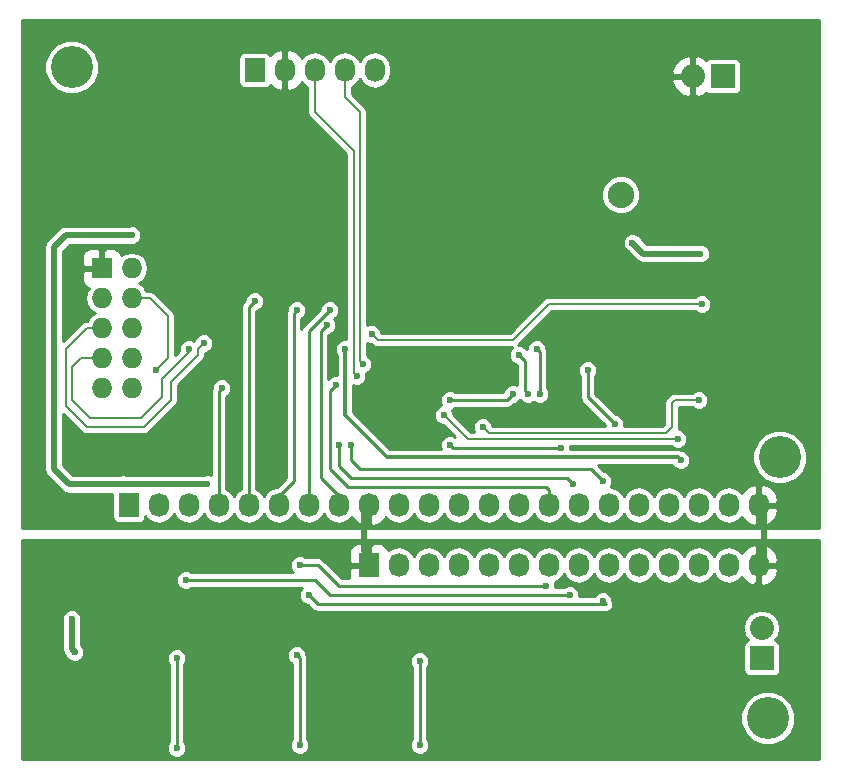
<source format=gbl>
G04 #@! TF.FileFunction,Copper,L2,Bot,Signal*
%FSLAX46Y46*%
G04 Gerber Fmt 4.6, Leading zero omitted, Abs format (unit mm)*
G04 Created by KiCad (PCBNEW 0.201508090901+6074~28~ubuntu14.04.1-product) date Mo 10 Aug 2015 18:55:09 CEST*
%MOMM*%
G01*
G04 APERTURE LIST*
%ADD10C,0.100000*%
%ADD11C,3.564000*%
%ADD12R,1.727200X2.032000*%
%ADD13O,1.727200X2.032000*%
%ADD14R,2.032000X2.032000*%
%ADD15O,2.032000X2.032000*%
%ADD16R,1.727200X1.727200*%
%ADD17O,1.727200X1.727200*%
%ADD18C,2.235200*%
%ADD19C,0.600000*%
%ADD20C,0.550000*%
%ADD21C,0.200000*%
%ADD22C,0.254000*%
%ADD23C,0.300000*%
G04 APERTURE END LIST*
D10*
D11*
X179578000Y-112776000D03*
X178562000Y-134874000D03*
D12*
X124460000Y-116840000D03*
D13*
X127000000Y-116840000D03*
X129540000Y-116840000D03*
X132080000Y-116840000D03*
X134620000Y-116840000D03*
X137160000Y-116840000D03*
X139700000Y-116840000D03*
X142240000Y-116840000D03*
X144780000Y-116840000D03*
X147320000Y-116840000D03*
X149860000Y-116840000D03*
X152400000Y-116840000D03*
X154940000Y-116840000D03*
X157480000Y-116840000D03*
X160020000Y-116840000D03*
X162560000Y-116840000D03*
X165100000Y-116840000D03*
X167640000Y-116840000D03*
X170180000Y-116840000D03*
X172720000Y-116840000D03*
X175260000Y-116840000D03*
X177800000Y-116840000D03*
D12*
X144780000Y-121920000D03*
D13*
X147320000Y-121920000D03*
X149860000Y-121920000D03*
X152400000Y-121920000D03*
X154940000Y-121920000D03*
X157480000Y-121920000D03*
X160020000Y-121920000D03*
X162560000Y-121920000D03*
X165100000Y-121920000D03*
X167640000Y-121920000D03*
X170180000Y-121920000D03*
X172720000Y-121920000D03*
X175260000Y-121920000D03*
X177800000Y-121920000D03*
D14*
X178054000Y-129794000D03*
D15*
X178054000Y-127254000D03*
D12*
X135128000Y-80010000D03*
D13*
X137668000Y-80010000D03*
X140208000Y-80010000D03*
X142748000Y-80010000D03*
X145288000Y-80010000D03*
D16*
X122174000Y-96774000D03*
D17*
X124714000Y-96774000D03*
X122174000Y-99314000D03*
X124714000Y-99314000D03*
X122174000Y-101854000D03*
X124714000Y-101854000D03*
X122174000Y-104394000D03*
X124714000Y-104394000D03*
X122174000Y-106934000D03*
X124714000Y-106934000D03*
D14*
X174752000Y-80518000D03*
D15*
X172212000Y-80518000D03*
D11*
X119634000Y-79756000D03*
D18*
X166116000Y-90563700D03*
D19*
X132969000Y-100787200D03*
X131343400Y-100761800D03*
X129222500Y-100749100D03*
X129133600Y-99047300D03*
X131432300Y-99098100D03*
X132854700Y-99021900D03*
X132829300Y-96761300D03*
X131203700Y-96723200D03*
X129133600Y-96697800D03*
X129921000Y-93294200D03*
X127914400Y-92430600D03*
X118719600Y-92392500D03*
X153504900Y-95440500D03*
X152247600Y-90474800D03*
X151460200Y-91694000D03*
X147777200Y-91643200D03*
X140004800Y-128917700D03*
X134645400Y-129527300D03*
X130009900Y-129222500D03*
X124421900Y-129590800D03*
X119303800Y-133858000D03*
X125056900Y-134200900D03*
X130340100Y-133832600D03*
X135343900Y-134505700D03*
X140449300Y-133781800D03*
X145034000Y-129451100D03*
X145034000Y-134086600D03*
X165544500Y-129971800D03*
X181381400Y-105867200D03*
X179235100Y-99326700D03*
X174244000Y-128778000D03*
X135636000Y-96774000D03*
X141478000Y-95758000D03*
X143764000Y-107442000D03*
X144780000Y-103378000D03*
X145796000Y-105156000D03*
X172212000Y-78486000D03*
X180594000Y-79756000D03*
X172974000Y-99822000D03*
X145034000Y-102362000D03*
X172859700Y-95554800D03*
X167106600Y-94640400D03*
X123952000Y-115062000D03*
X131064000Y-115062000D03*
X124714000Y-93980000D03*
X119634000Y-126492000D03*
X119888000Y-129286000D03*
X139700000Y-124460000D03*
X164592000Y-124968000D03*
X143256000Y-111760000D03*
X164592000Y-114808000D03*
X159766000Y-123698000D03*
X138938000Y-121920000D03*
X141986000Y-106680000D03*
X129286000Y-123190000D03*
X161798000Y-124460000D03*
X162052000Y-115062000D03*
X142240000Y-111760000D03*
X132334000Y-106934000D03*
X135128000Y-99568000D03*
X138684000Y-100330000D03*
X141478000Y-100330000D03*
X141224000Y-101600000D03*
X156972000Y-107442000D03*
X151638000Y-107950000D03*
X158242000Y-107442000D03*
X157480000Y-104140000D03*
X128524000Y-137414000D03*
X128524000Y-129794000D03*
X159258000Y-107442000D03*
X159004000Y-103632000D03*
X138938000Y-137160000D03*
X138684000Y-129540000D03*
X151638000Y-111760000D03*
X161036000Y-112014000D03*
X149098000Y-137160000D03*
X149098000Y-130048000D03*
X163322000Y-105410000D03*
X165608000Y-109982000D03*
X171196000Y-113030000D03*
X142748000Y-103632000D03*
X154432000Y-110236000D03*
X172720000Y-107950000D03*
X151130000Y-109220000D03*
X170942000Y-111252000D03*
X143764000Y-105918000D03*
X144272000Y-104902000D03*
X130810000Y-103124000D03*
X129540000Y-103632000D03*
X126746000Y-105410000D03*
D20*
X177800000Y-121920000D02*
X177800000Y-121488200D01*
X177800000Y-121488200D02*
X178231800Y-121056400D01*
X178231800Y-121056400D02*
X178231800Y-117271800D01*
X178231800Y-117271800D02*
X177800000Y-116840000D01*
X144780000Y-121920000D02*
X144780000Y-121081800D01*
X144780000Y-121081800D02*
X144424400Y-120726200D01*
X144424400Y-120726200D02*
X144424400Y-117195600D01*
X144424400Y-117195600D02*
X144780000Y-116840000D01*
X131419600Y-100838000D02*
X132969000Y-100787200D01*
X131343400Y-100761800D02*
X131419600Y-100838000D01*
X129171700Y-99085400D02*
X129222500Y-100749100D01*
X129133600Y-99047300D02*
X129171700Y-99085400D01*
X132778500Y-99098100D02*
X131432300Y-99098100D01*
X132854700Y-99021900D02*
X132778500Y-99098100D01*
X131241800Y-96761300D02*
X132829300Y-96761300D01*
X131203700Y-96723200D02*
X131241800Y-96761300D01*
X129133600Y-94081600D02*
X129133600Y-96697800D01*
X129921000Y-93294200D02*
X129133600Y-94081600D01*
X127241300Y-91757500D02*
X127914400Y-92430600D01*
X119354600Y-91757500D02*
X127241300Y-91757500D01*
X118719600Y-92392500D02*
X119354600Y-91757500D01*
X153504900Y-91732100D02*
X153504900Y-95440500D01*
X152247600Y-90474800D02*
X153504900Y-91732100D01*
X147828000Y-91694000D02*
X151460200Y-91694000D01*
X147777200Y-91643200D02*
X147828000Y-91694000D01*
X140449300Y-133781800D02*
X140449300Y-129362200D01*
X140449300Y-129362200D02*
X140004800Y-128917700D01*
X135343900Y-134505700D02*
X135343900Y-130225800D01*
X135343900Y-130225800D02*
X134645400Y-129527300D01*
X130340100Y-133832600D02*
X130340100Y-129552700D01*
X130340100Y-129552700D02*
X130009900Y-129222500D01*
X125056900Y-134200900D02*
X125056900Y-130225800D01*
X125056900Y-130225800D02*
X124421900Y-129590800D01*
X145034000Y-134086600D02*
X140754100Y-134086600D01*
X124714000Y-133858000D02*
X119303800Y-133858000D01*
X125056900Y-134200900D02*
X124714000Y-133858000D01*
X134670800Y-133832600D02*
X130340100Y-133832600D01*
X135343900Y-134505700D02*
X134670800Y-133832600D01*
X140754100Y-134086600D02*
X140449300Y-133781800D01*
X145034000Y-129476500D02*
X145034000Y-129451100D01*
X145034000Y-129476500D02*
X145034000Y-134086600D01*
X146570700Y-127914400D02*
X145034000Y-129451100D01*
X163487100Y-127914400D02*
X146570700Y-127914400D01*
X165544500Y-129971800D02*
X163487100Y-127914400D01*
X179514500Y-104000300D02*
X181381400Y-105867200D01*
X179514500Y-99606100D02*
X179514500Y-104000300D01*
X179235100Y-99326700D02*
X179514500Y-99606100D01*
D21*
X177800000Y-121920000D02*
X177800000Y-123190000D01*
X174244000Y-126746000D02*
X174244000Y-128778000D01*
X177800000Y-123190000D02*
X174244000Y-126746000D01*
X141478000Y-95758000D02*
X140462000Y-96774000D01*
X135636000Y-96774000D02*
X140462000Y-96774000D01*
X146050000Y-105410000D02*
X145796000Y-105156000D01*
X146050000Y-106680000D02*
X146050000Y-105410000D01*
X145288000Y-107442000D02*
X146050000Y-106680000D01*
X143764000Y-107442000D02*
X145288000Y-107442000D01*
X144780000Y-103378000D02*
X145796000Y-104394000D01*
X145796000Y-104394000D02*
X145796000Y-105156000D01*
X180594000Y-79502000D02*
X180594000Y-79756000D01*
X179070000Y-77978000D02*
X180594000Y-79502000D01*
X172720000Y-77978000D02*
X179070000Y-77978000D01*
X172212000Y-78486000D02*
X172720000Y-77978000D01*
X160020000Y-99822000D02*
X172974000Y-99822000D01*
X156972000Y-102870000D02*
X160020000Y-99822000D01*
X145542000Y-102870000D02*
X156972000Y-102870000D01*
X145034000Y-102362000D02*
X145542000Y-102870000D01*
D20*
X168021000Y-95554800D02*
X172859700Y-95554800D01*
X167106600Y-94640400D02*
X168021000Y-95554800D01*
X131064000Y-115062000D02*
X123952000Y-115062000D01*
X123952000Y-115062000D02*
X119380000Y-115062000D01*
X119380000Y-115062000D02*
X118110000Y-113792000D01*
X118110000Y-113792000D02*
X118110000Y-94996000D01*
X118110000Y-94996000D02*
X119126000Y-93980000D01*
X119126000Y-93980000D02*
X124714000Y-93980000D01*
X119634000Y-129032000D02*
X119634000Y-126492000D01*
X119888000Y-129286000D02*
X119634000Y-129032000D01*
D22*
X140462000Y-125222000D02*
X139700000Y-124460000D01*
X164846000Y-125222000D02*
X140462000Y-125222000D01*
X164592000Y-124968000D02*
X164846000Y-125222000D01*
X143256000Y-113030000D02*
X143256000Y-111760000D01*
X144018000Y-113792000D02*
X143256000Y-113030000D01*
X163576000Y-113792000D02*
X144018000Y-113792000D01*
X164592000Y-114808000D02*
X163576000Y-113792000D01*
X159766000Y-123698000D02*
X142240000Y-123698000D01*
X142240000Y-123698000D02*
X140462000Y-121920000D01*
X140462000Y-121920000D02*
X138938000Y-121920000D01*
X160020000Y-115570000D02*
X160020000Y-116840000D01*
X159766000Y-115316000D02*
X160020000Y-115570000D01*
X143002000Y-115316000D02*
X159766000Y-115316000D01*
X141478000Y-113792000D02*
X143002000Y-115316000D01*
X141478000Y-107188000D02*
X141478000Y-113792000D01*
X141986000Y-106680000D02*
X141478000Y-107188000D01*
X140208000Y-123190000D02*
X129286000Y-123190000D01*
X141478000Y-124460000D02*
X140208000Y-123190000D01*
X161798000Y-124460000D02*
X141478000Y-124460000D01*
X162052000Y-115062000D02*
X161544000Y-114554000D01*
X161544000Y-114554000D02*
X143256000Y-114554000D01*
X143256000Y-114554000D02*
X142240000Y-113538000D01*
X142240000Y-113538000D02*
X142240000Y-111760000D01*
X132080000Y-116840000D02*
X132080000Y-114300000D01*
X132334000Y-106934000D02*
X132080000Y-107188000D01*
X132080000Y-107188000D02*
X132080000Y-114300000D01*
X134620000Y-116840000D02*
X134620000Y-114300000D01*
X135128000Y-99568000D02*
X134620000Y-100076000D01*
X134620000Y-100076000D02*
X134620000Y-114300000D01*
X138430000Y-114300000D02*
X138430000Y-114808000D01*
X138684000Y-100330000D02*
X138430000Y-100584000D01*
X138430000Y-100584000D02*
X138430000Y-114300000D01*
X138430000Y-114808000D02*
X137160000Y-116078000D01*
X137160000Y-116078000D02*
X137160000Y-116840000D01*
X139700000Y-116840000D02*
X139700000Y-114300000D01*
X141478000Y-100330000D02*
X139700000Y-102108000D01*
X139700000Y-102108000D02*
X139700000Y-114300000D01*
X140716000Y-114300000D02*
X140716000Y-114554000D01*
X141224000Y-101600000D02*
X140716000Y-102108000D01*
X140716000Y-102108000D02*
X140716000Y-114300000D01*
X140716000Y-114554000D02*
X142240000Y-116078000D01*
X142240000Y-116078000D02*
X142240000Y-116840000D01*
X156972000Y-107442000D02*
X156464000Y-107950000D01*
X156464000Y-107950000D02*
X151638000Y-107950000D01*
X158242000Y-107442000D02*
X157988000Y-107188000D01*
X157988000Y-107188000D02*
X157988000Y-104902000D01*
X157988000Y-104648000D02*
X157988000Y-104902000D01*
X157480000Y-104140000D02*
X157988000Y-104648000D01*
X128524000Y-129794000D02*
X128524000Y-137414000D01*
X159258000Y-107442000D02*
X159258000Y-104140000D01*
X159258000Y-103886000D02*
X159258000Y-104140000D01*
X159004000Y-103632000D02*
X159258000Y-103886000D01*
X138938000Y-129794000D02*
X138938000Y-137160000D01*
X138684000Y-129540000D02*
X138938000Y-129794000D01*
X151892000Y-112014000D02*
X161036000Y-112014000D01*
X151638000Y-111760000D02*
X151892000Y-112014000D01*
X149098000Y-130048000D02*
X149098000Y-137160000D01*
X163322000Y-107696000D02*
X163322000Y-105410000D01*
X165608000Y-109982000D02*
X163322000Y-107696000D01*
D23*
X171196000Y-113030000D02*
X170942000Y-112776000D01*
X170942000Y-112776000D02*
X146304000Y-112776000D01*
X146304000Y-112776000D02*
X142748000Y-109220000D01*
X142748000Y-109220000D02*
X142748000Y-103632000D01*
D21*
X170434000Y-108458000D02*
X170434000Y-108204000D01*
X169926000Y-110744000D02*
X170434000Y-110236000D01*
X154940000Y-110744000D02*
X169926000Y-110744000D01*
X154432000Y-110236000D02*
X154940000Y-110744000D01*
X170434000Y-110236000D02*
X170434000Y-108458000D01*
X170688000Y-107950000D02*
X172720000Y-107950000D01*
X170434000Y-108204000D02*
X170688000Y-107950000D01*
X153162000Y-111252000D02*
X151130000Y-109220000D01*
X170688000Y-111252000D02*
X153162000Y-111252000D01*
X170942000Y-111252000D02*
X170688000Y-111252000D01*
X140208000Y-83566000D02*
X140208000Y-80010000D01*
X143510000Y-86868000D02*
X140208000Y-83566000D01*
X143510000Y-105664000D02*
X143510000Y-86868000D01*
X143764000Y-105918000D02*
X143510000Y-105664000D01*
X142748000Y-82296000D02*
X142748000Y-80010000D01*
X144018000Y-83566000D02*
X142748000Y-82296000D01*
X144018000Y-104648000D02*
X144018000Y-83566000D01*
X144272000Y-104902000D02*
X144018000Y-104648000D01*
X120904000Y-101854000D02*
X122174000Y-101854000D01*
X119126000Y-103632000D02*
X120904000Y-101854000D01*
X119126000Y-108458000D02*
X119126000Y-103632000D01*
X120904000Y-110236000D02*
X119126000Y-108458000D01*
X125730000Y-110236000D02*
X120904000Y-110236000D01*
X128016000Y-107950000D02*
X125730000Y-110236000D01*
X128016000Y-106426000D02*
X128016000Y-107950000D01*
X130302000Y-104140000D02*
X128016000Y-106426000D01*
X130302000Y-103632000D02*
X130302000Y-104140000D01*
X130810000Y-103124000D02*
X130302000Y-103632000D01*
X120396000Y-104394000D02*
X122174000Y-104394000D01*
X119634000Y-105156000D02*
X120396000Y-104394000D01*
X119634000Y-107950000D02*
X119634000Y-105156000D01*
X121158000Y-109474000D02*
X119634000Y-107950000D01*
X125476000Y-109474000D02*
X121158000Y-109474000D01*
X127254000Y-107696000D02*
X125476000Y-109474000D01*
X127254000Y-106172000D02*
X127254000Y-107696000D01*
X129540000Y-103886000D02*
X127254000Y-106172000D01*
X129540000Y-103632000D02*
X129540000Y-103886000D01*
X126238000Y-99314000D02*
X124714000Y-99314000D01*
X127762000Y-100838000D02*
X126238000Y-99314000D01*
X127762000Y-104394000D02*
X127762000Y-100838000D01*
X126746000Y-105410000D02*
X127762000Y-104394000D01*
D22*
G36*
X182935600Y-118745000D02*
X115389600Y-118745000D01*
X115389600Y-94996000D01*
X117307999Y-94996000D01*
X117308000Y-94996005D01*
X117308000Y-113791995D01*
X117307999Y-113792000D01*
X117369049Y-114098912D01*
X117542900Y-114359100D01*
X118812898Y-115629097D01*
X118812900Y-115629100D01*
X119073088Y-115802951D01*
X119380000Y-115864000D01*
X123059076Y-115864000D01*
X123059076Y-117856000D01*
X123095823Y-118051294D01*
X123211242Y-118230660D01*
X123387351Y-118350990D01*
X123596400Y-118393324D01*
X125323600Y-118393324D01*
X125518894Y-118356577D01*
X125698260Y-118241158D01*
X125818590Y-118065049D01*
X125860924Y-117856000D01*
X125860924Y-117772801D01*
X126016697Y-118005932D01*
X126467840Y-118307376D01*
X127000000Y-118413229D01*
X127532160Y-118307376D01*
X127983303Y-118005932D01*
X128270000Y-117576859D01*
X128556697Y-118005932D01*
X129007840Y-118307376D01*
X129540000Y-118413229D01*
X130072160Y-118307376D01*
X130523303Y-118005932D01*
X130810000Y-117576859D01*
X131096697Y-118005932D01*
X131547840Y-118307376D01*
X132080000Y-118413229D01*
X132612160Y-118307376D01*
X133063303Y-118005932D01*
X133350000Y-117576859D01*
X133636697Y-118005932D01*
X134087840Y-118307376D01*
X134620000Y-118413229D01*
X135152160Y-118307376D01*
X135603303Y-118005932D01*
X135890000Y-117576859D01*
X136176697Y-118005932D01*
X136627840Y-118307376D01*
X137160000Y-118413229D01*
X137692160Y-118307376D01*
X138143303Y-118005932D01*
X138430000Y-117576859D01*
X138716697Y-118005932D01*
X139167840Y-118307376D01*
X139700000Y-118413229D01*
X140232160Y-118307376D01*
X140683303Y-118005932D01*
X140970000Y-117576859D01*
X141256697Y-118005932D01*
X141707840Y-118307376D01*
X142240000Y-118413229D01*
X142772160Y-118307376D01*
X143223303Y-118005932D01*
X143324440Y-117854569D01*
X143324443Y-117854577D01*
X143765182Y-118345965D01*
X144360417Y-118631285D01*
X144390843Y-118637601D01*
X144653000Y-118470805D01*
X144653000Y-116967000D01*
X144633000Y-116967000D01*
X144633000Y-116713000D01*
X144653000Y-116713000D01*
X144653000Y-116693000D01*
X144907000Y-116693000D01*
X144907000Y-116713000D01*
X144927000Y-116713000D01*
X144927000Y-116967000D01*
X144907000Y-116967000D01*
X144907000Y-118470805D01*
X145169157Y-118637601D01*
X145199583Y-118631285D01*
X145794818Y-118345965D01*
X146235557Y-117854577D01*
X146235560Y-117854569D01*
X146336697Y-118005932D01*
X146787840Y-118307376D01*
X147320000Y-118413229D01*
X147852160Y-118307376D01*
X148303303Y-118005932D01*
X148590000Y-117576859D01*
X148876697Y-118005932D01*
X149327840Y-118307376D01*
X149860000Y-118413229D01*
X150392160Y-118307376D01*
X150843303Y-118005932D01*
X151130000Y-117576859D01*
X151416697Y-118005932D01*
X151867840Y-118307376D01*
X152400000Y-118413229D01*
X152932160Y-118307376D01*
X153383303Y-118005932D01*
X153670000Y-117576859D01*
X153956697Y-118005932D01*
X154407840Y-118307376D01*
X154940000Y-118413229D01*
X155472160Y-118307376D01*
X155923303Y-118005932D01*
X156210000Y-117576859D01*
X156496697Y-118005932D01*
X156947840Y-118307376D01*
X157480000Y-118413229D01*
X158012160Y-118307376D01*
X158463303Y-118005932D01*
X158750000Y-117576859D01*
X159036697Y-118005932D01*
X159487840Y-118307376D01*
X160020000Y-118413229D01*
X160552160Y-118307376D01*
X161003303Y-118005932D01*
X161290000Y-117576859D01*
X161576697Y-118005932D01*
X162027840Y-118307376D01*
X162560000Y-118413229D01*
X163092160Y-118307376D01*
X163543303Y-118005932D01*
X163830000Y-117576859D01*
X164116697Y-118005932D01*
X164567840Y-118307376D01*
X165100000Y-118413229D01*
X165632160Y-118307376D01*
X166083303Y-118005932D01*
X166370000Y-117576859D01*
X166656697Y-118005932D01*
X167107840Y-118307376D01*
X167640000Y-118413229D01*
X168172160Y-118307376D01*
X168623303Y-118005932D01*
X168910000Y-117576859D01*
X169196697Y-118005932D01*
X169647840Y-118307376D01*
X170180000Y-118413229D01*
X170712160Y-118307376D01*
X171163303Y-118005932D01*
X171450000Y-117576859D01*
X171736697Y-118005932D01*
X172187840Y-118307376D01*
X172720000Y-118413229D01*
X173252160Y-118307376D01*
X173703303Y-118005932D01*
X173990000Y-117576859D01*
X174276697Y-118005932D01*
X174727840Y-118307376D01*
X175260000Y-118413229D01*
X175792160Y-118307376D01*
X176243303Y-118005932D01*
X176344440Y-117854569D01*
X176344443Y-117854577D01*
X176785182Y-118345965D01*
X177380417Y-118631285D01*
X177410843Y-118637601D01*
X177673000Y-118470805D01*
X177673000Y-116967000D01*
X177927000Y-116967000D01*
X177927000Y-118470805D01*
X178189157Y-118637601D01*
X178219583Y-118631285D01*
X178814818Y-118345965D01*
X179255557Y-117854577D01*
X179474700Y-117231930D01*
X179284802Y-116967000D01*
X177927000Y-116967000D01*
X177673000Y-116967000D01*
X177653000Y-116967000D01*
X177653000Y-116713000D01*
X177673000Y-116713000D01*
X177673000Y-115209195D01*
X177927000Y-115209195D01*
X177927000Y-116713000D01*
X179284802Y-116713000D01*
X179474700Y-116448070D01*
X179255557Y-115825423D01*
X178814818Y-115334035D01*
X178219583Y-115048715D01*
X178189157Y-115042399D01*
X177927000Y-115209195D01*
X177673000Y-115209195D01*
X177410843Y-115042399D01*
X177380417Y-115048715D01*
X176785182Y-115334035D01*
X176344443Y-115825423D01*
X176344440Y-115825431D01*
X176243303Y-115674068D01*
X175792160Y-115372624D01*
X175260000Y-115266771D01*
X174727840Y-115372624D01*
X174276697Y-115674068D01*
X173990000Y-116103141D01*
X173703303Y-115674068D01*
X173252160Y-115372624D01*
X172720000Y-115266771D01*
X172187840Y-115372624D01*
X171736697Y-115674068D01*
X171450000Y-116103141D01*
X171163303Y-115674068D01*
X170712160Y-115372624D01*
X170180000Y-115266771D01*
X169647840Y-115372624D01*
X169196697Y-115674068D01*
X168910000Y-116103141D01*
X168623303Y-115674068D01*
X168172160Y-115372624D01*
X167640000Y-115266771D01*
X167107840Y-115372624D01*
X166656697Y-115674068D01*
X166370000Y-116103141D01*
X166083303Y-115674068D01*
X165632160Y-115372624D01*
X165269275Y-115300442D01*
X165292688Y-115277070D01*
X165418856Y-114973222D01*
X165419143Y-114644221D01*
X165293505Y-114340154D01*
X165061070Y-114107312D01*
X164757222Y-113981144D01*
X164689981Y-113981085D01*
X164161896Y-113453000D01*
X170475965Y-113453000D01*
X170494495Y-113497846D01*
X170726930Y-113730688D01*
X171030778Y-113856856D01*
X171359779Y-113857143D01*
X171663846Y-113731505D01*
X171896688Y-113499070D01*
X172007055Y-113233274D01*
X177268600Y-113233274D01*
X177619384Y-114082235D01*
X178268349Y-114732334D01*
X179116697Y-115084598D01*
X180035274Y-115085400D01*
X180884235Y-114734616D01*
X181534334Y-114085651D01*
X181886598Y-113237303D01*
X181887400Y-112318726D01*
X181536616Y-111469765D01*
X180887651Y-110819666D01*
X180039303Y-110467402D01*
X179120726Y-110466600D01*
X178271765Y-110817384D01*
X177621666Y-111466349D01*
X177269402Y-112314697D01*
X177268600Y-113233274D01*
X172007055Y-113233274D01*
X172022856Y-113195222D01*
X172023143Y-112866221D01*
X171897505Y-112562154D01*
X171665070Y-112329312D01*
X171361222Y-112203144D01*
X171279707Y-112203073D01*
X171201077Y-112150534D01*
X170942000Y-112099000D01*
X161862926Y-112099000D01*
X161863118Y-111879000D01*
X170399371Y-111879000D01*
X170472930Y-111952688D01*
X170776778Y-112078856D01*
X171105779Y-112079143D01*
X171409846Y-111953505D01*
X171642688Y-111721070D01*
X171768856Y-111417222D01*
X171769143Y-111088221D01*
X171643505Y-110784154D01*
X171411070Y-110551312D01*
X171107222Y-110425144D01*
X171023391Y-110425071D01*
X171061000Y-110236000D01*
X171061000Y-108577000D01*
X172177371Y-108577000D01*
X172250930Y-108650688D01*
X172554778Y-108776856D01*
X172883779Y-108777143D01*
X173187846Y-108651505D01*
X173420688Y-108419070D01*
X173546856Y-108115222D01*
X173547143Y-107786221D01*
X173421505Y-107482154D01*
X173189070Y-107249312D01*
X172885222Y-107123144D01*
X172556221Y-107122857D01*
X172252154Y-107248495D01*
X172177519Y-107323000D01*
X170688000Y-107323000D01*
X170448057Y-107370728D01*
X170305233Y-107466160D01*
X170244644Y-107506644D01*
X169990644Y-107760644D01*
X169854728Y-107964057D01*
X169807000Y-108204000D01*
X169807000Y-109976288D01*
X169666288Y-110117000D01*
X166434882Y-110117000D01*
X166435143Y-109818221D01*
X166309505Y-109514154D01*
X166077070Y-109281312D01*
X165773222Y-109155144D01*
X165705981Y-109155085D01*
X163976000Y-107425104D01*
X163976000Y-105925676D01*
X164022688Y-105879070D01*
X164148856Y-105575222D01*
X164149143Y-105246221D01*
X164023505Y-104942154D01*
X163791070Y-104709312D01*
X163487222Y-104583144D01*
X163158221Y-104582857D01*
X162854154Y-104708495D01*
X162621312Y-104940930D01*
X162495144Y-105244778D01*
X162494857Y-105573779D01*
X162620495Y-105877846D01*
X162668000Y-105925434D01*
X162668000Y-107696000D01*
X162717783Y-107946275D01*
X162859552Y-108158448D01*
X164780915Y-110079811D01*
X164780882Y-110117000D01*
X155259104Y-110117000D01*
X155259143Y-110072221D01*
X155133505Y-109768154D01*
X154901070Y-109535312D01*
X154597222Y-109409144D01*
X154268221Y-109408857D01*
X153964154Y-109534495D01*
X153731312Y-109766930D01*
X153605144Y-110070778D01*
X153604857Y-110399779D01*
X153697916Y-110625000D01*
X153421712Y-110625000D01*
X151957052Y-109160340D01*
X151957143Y-109056221D01*
X151835990Y-108763007D01*
X152105846Y-108651505D01*
X152153434Y-108604000D01*
X156464000Y-108604000D01*
X156714275Y-108554217D01*
X156926448Y-108412448D01*
X157069810Y-108269085D01*
X157135779Y-108269143D01*
X157439846Y-108143505D01*
X157607088Y-107976555D01*
X157772930Y-108142688D01*
X158076778Y-108268856D01*
X158405779Y-108269143D01*
X158709846Y-108143505D01*
X158749866Y-108103555D01*
X158788930Y-108142688D01*
X159092778Y-108268856D01*
X159421779Y-108269143D01*
X159725846Y-108143505D01*
X159958688Y-107911070D01*
X160084856Y-107607222D01*
X160085143Y-107278221D01*
X159959505Y-106974154D01*
X159912000Y-106926566D01*
X159912000Y-103886000D01*
X159862217Y-103635725D01*
X159831038Y-103589062D01*
X159831143Y-103468221D01*
X159705505Y-103164154D01*
X159473070Y-102931312D01*
X159169222Y-102805144D01*
X158840221Y-102804857D01*
X158536154Y-102930495D01*
X158303312Y-103162930D01*
X158177144Y-103466778D01*
X158176969Y-103667610D01*
X157949070Y-103439312D01*
X157645222Y-103313144D01*
X157415768Y-103312944D01*
X160279712Y-100449000D01*
X172431371Y-100449000D01*
X172504930Y-100522688D01*
X172808778Y-100648856D01*
X173137779Y-100649143D01*
X173441846Y-100523505D01*
X173674688Y-100291070D01*
X173800856Y-99987222D01*
X173801143Y-99658221D01*
X173675505Y-99354154D01*
X173443070Y-99121312D01*
X173139222Y-98995144D01*
X172810221Y-98994857D01*
X172506154Y-99120495D01*
X172431519Y-99195000D01*
X160020000Y-99195000D01*
X159780058Y-99242727D01*
X159576644Y-99378644D01*
X156712288Y-102243000D01*
X145861104Y-102243000D01*
X145861143Y-102198221D01*
X145735505Y-101894154D01*
X145503070Y-101661312D01*
X145199222Y-101535144D01*
X144870221Y-101534857D01*
X144645000Y-101627916D01*
X144645000Y-94804179D01*
X166279457Y-94804179D01*
X166405095Y-95108246D01*
X166637530Y-95341088D01*
X166698337Y-95366337D01*
X167453900Y-96121900D01*
X167714088Y-96295751D01*
X168021000Y-96356801D01*
X168021005Y-96356800D01*
X172634618Y-96356800D01*
X172694478Y-96381656D01*
X173023479Y-96381943D01*
X173327546Y-96256305D01*
X173560388Y-96023870D01*
X173686556Y-95720022D01*
X173686843Y-95391021D01*
X173561205Y-95086954D01*
X173328770Y-94854112D01*
X173024922Y-94727944D01*
X172695921Y-94727657D01*
X172635070Y-94752800D01*
X168353200Y-94752800D01*
X167832856Y-94232456D01*
X167808105Y-94172554D01*
X167575670Y-93939712D01*
X167271822Y-93813544D01*
X166942821Y-93813257D01*
X166638754Y-93938895D01*
X166405912Y-94171330D01*
X166279744Y-94475178D01*
X166279457Y-94804179D01*
X144645000Y-94804179D01*
X144645000Y-90889396D01*
X164471115Y-90889396D01*
X164720963Y-91494074D01*
X165183192Y-91957111D01*
X165787434Y-92208014D01*
X166441696Y-92208585D01*
X167046374Y-91958737D01*
X167509411Y-91496508D01*
X167760314Y-90892266D01*
X167760885Y-90238004D01*
X167511037Y-89633326D01*
X167048808Y-89170289D01*
X166444566Y-88919386D01*
X165790304Y-88918815D01*
X165185626Y-89168663D01*
X164722589Y-89630892D01*
X164471686Y-90235134D01*
X164471115Y-90889396D01*
X144645000Y-90889396D01*
X144645000Y-83566000D01*
X144597272Y-83326057D01*
X144461356Y-83122644D01*
X143375000Y-82036288D01*
X143375000Y-81414006D01*
X143731303Y-81175932D01*
X144018000Y-80746859D01*
X144304697Y-81175932D01*
X144755840Y-81477376D01*
X145288000Y-81583229D01*
X145820160Y-81477376D01*
X146271303Y-81175932D01*
X146434920Y-80931061D01*
X170415877Y-80931061D01*
X170710670Y-81586965D01*
X171234027Y-82080129D01*
X171798940Y-82314115D01*
X172085000Y-82149314D01*
X172085000Y-80645000D01*
X170580123Y-80645000D01*
X170415877Y-80931061D01*
X146434920Y-80931061D01*
X146572747Y-80724789D01*
X146678600Y-80192629D01*
X146678600Y-80104939D01*
X170415877Y-80104939D01*
X170580123Y-80391000D01*
X172085000Y-80391000D01*
X172085000Y-78886686D01*
X172339000Y-78886686D01*
X172339000Y-80391000D01*
X172359000Y-80391000D01*
X172359000Y-80645000D01*
X172339000Y-80645000D01*
X172339000Y-82149314D01*
X172625060Y-82314115D01*
X173189973Y-82080129D01*
X173363072Y-81917016D01*
X173526951Y-82028990D01*
X173736000Y-82071324D01*
X175768000Y-82071324D01*
X175963294Y-82034577D01*
X176142660Y-81919158D01*
X176262990Y-81743049D01*
X176305324Y-81534000D01*
X176305324Y-79502000D01*
X176268577Y-79306706D01*
X176153158Y-79127340D01*
X175977049Y-79007010D01*
X175768000Y-78964676D01*
X173736000Y-78964676D01*
X173540706Y-79001423D01*
X173361340Y-79116842D01*
X173361128Y-79117152D01*
X173189973Y-78955871D01*
X172625060Y-78721885D01*
X172339000Y-78886686D01*
X172085000Y-78886686D01*
X171798940Y-78721885D01*
X171234027Y-78955871D01*
X170710670Y-79449035D01*
X170415877Y-80104939D01*
X146678600Y-80104939D01*
X146678600Y-79827371D01*
X146572747Y-79295211D01*
X146271303Y-78844068D01*
X145820160Y-78542624D01*
X145288000Y-78436771D01*
X144755840Y-78542624D01*
X144304697Y-78844068D01*
X144018000Y-79273141D01*
X143731303Y-78844068D01*
X143280160Y-78542624D01*
X142748000Y-78436771D01*
X142215840Y-78542624D01*
X141764697Y-78844068D01*
X141478000Y-79273141D01*
X141191303Y-78844068D01*
X140740160Y-78542624D01*
X140208000Y-78436771D01*
X139675840Y-78542624D01*
X139224697Y-78844068D01*
X139123560Y-78995431D01*
X139123557Y-78995423D01*
X138682818Y-78504035D01*
X138087583Y-78218715D01*
X138057157Y-78212399D01*
X137795000Y-78379195D01*
X137795000Y-79883000D01*
X137815000Y-79883000D01*
X137815000Y-80137000D01*
X137795000Y-80137000D01*
X137795000Y-81640805D01*
X138057157Y-81807601D01*
X138087583Y-81801285D01*
X138682818Y-81515965D01*
X139123557Y-81024577D01*
X139123560Y-81024569D01*
X139224697Y-81175932D01*
X139581000Y-81414006D01*
X139581000Y-83566000D01*
X139628728Y-83805943D01*
X139764644Y-84009356D01*
X142883000Y-87127712D01*
X142883000Y-102805118D01*
X142584221Y-102804857D01*
X142280154Y-102930495D01*
X142047312Y-103162930D01*
X141921144Y-103466778D01*
X141920857Y-103795779D01*
X142046495Y-104099846D01*
X142071000Y-104124394D01*
X142071000Y-105853074D01*
X141822221Y-105852857D01*
X141518154Y-105978495D01*
X141370000Y-106126390D01*
X141370000Y-102427127D01*
X141387779Y-102427143D01*
X141691846Y-102301505D01*
X141924688Y-102069070D01*
X142050856Y-101765222D01*
X142051143Y-101436221D01*
X141925505Y-101132154D01*
X141860312Y-101066847D01*
X141945846Y-101031505D01*
X142178688Y-100799070D01*
X142304856Y-100495222D01*
X142305143Y-100166221D01*
X142179505Y-99862154D01*
X141947070Y-99629312D01*
X141643222Y-99503144D01*
X141314221Y-99502857D01*
X141010154Y-99628495D01*
X140777312Y-99860930D01*
X140651144Y-100164778D01*
X140651085Y-100232019D01*
X139237552Y-101645552D01*
X139095783Y-101857725D01*
X139084000Y-101916962D01*
X139084000Y-101059538D01*
X139151846Y-101031505D01*
X139384688Y-100799070D01*
X139510856Y-100495222D01*
X139511143Y-100166221D01*
X139385505Y-99862154D01*
X139153070Y-99629312D01*
X138849222Y-99503144D01*
X138520221Y-99502857D01*
X138216154Y-99628495D01*
X137983312Y-99860930D01*
X137857144Y-100164778D01*
X137857037Y-100286949D01*
X137825783Y-100333725D01*
X137776000Y-100584000D01*
X137776000Y-114537104D01*
X137018109Y-115294995D01*
X136627840Y-115372624D01*
X136176697Y-115674068D01*
X135890000Y-116103141D01*
X135603303Y-115674068D01*
X135274000Y-115454035D01*
X135274000Y-100395127D01*
X135291779Y-100395143D01*
X135595846Y-100269505D01*
X135828688Y-100037070D01*
X135954856Y-99733222D01*
X135955143Y-99404221D01*
X135829505Y-99100154D01*
X135597070Y-98867312D01*
X135293222Y-98741144D01*
X134964221Y-98740857D01*
X134660154Y-98866495D01*
X134427312Y-99098930D01*
X134301144Y-99402778D01*
X134301085Y-99470019D01*
X134157552Y-99613552D01*
X134015783Y-99825725D01*
X133966000Y-100076000D01*
X133966000Y-115454035D01*
X133636697Y-115674068D01*
X133350000Y-116103141D01*
X133063303Y-115674068D01*
X132734000Y-115454035D01*
X132734000Y-107663538D01*
X132801846Y-107635505D01*
X133034688Y-107403070D01*
X133160856Y-107099222D01*
X133161143Y-106770221D01*
X133035505Y-106466154D01*
X132803070Y-106233312D01*
X132499222Y-106107144D01*
X132170221Y-106106857D01*
X131866154Y-106232495D01*
X131633312Y-106464930D01*
X131507144Y-106768778D01*
X131507037Y-106890949D01*
X131475783Y-106937725D01*
X131426000Y-107188000D01*
X131426000Y-114316853D01*
X131229222Y-114235144D01*
X130900221Y-114234857D01*
X130839370Y-114260000D01*
X124177082Y-114260000D01*
X124117222Y-114235144D01*
X123788221Y-114234857D01*
X123727370Y-114260000D01*
X119712199Y-114260000D01*
X118912000Y-113459800D01*
X118912000Y-109130712D01*
X120460644Y-110679356D01*
X120664058Y-110815273D01*
X120904000Y-110863000D01*
X125730000Y-110863000D01*
X125969943Y-110815272D01*
X126173356Y-110679356D01*
X128459356Y-108393356D01*
X128459689Y-108392857D01*
X128595272Y-108189943D01*
X128643000Y-107950000D01*
X128643000Y-106685712D01*
X130745356Y-104583356D01*
X130749785Y-104576728D01*
X130881272Y-104379943D01*
X130929000Y-104140000D01*
X130929000Y-103951104D01*
X130973779Y-103951143D01*
X131277846Y-103825505D01*
X131510688Y-103593070D01*
X131636856Y-103289222D01*
X131637143Y-102960221D01*
X131511505Y-102656154D01*
X131279070Y-102423312D01*
X130975222Y-102297144D01*
X130646221Y-102296857D01*
X130342154Y-102422495D01*
X130109312Y-102654930D01*
X129996684Y-102926169D01*
X129705222Y-102805144D01*
X129376221Y-102804857D01*
X129072154Y-102930495D01*
X128839312Y-103162930D01*
X128713144Y-103466778D01*
X128712857Y-103795779D01*
X128721819Y-103817469D01*
X128389000Y-104150288D01*
X128389000Y-100838000D01*
X128341272Y-100598057D01*
X128205356Y-100394644D01*
X126681356Y-98870644D01*
X126548451Y-98781840D01*
X126477943Y-98734728D01*
X126238000Y-98687000D01*
X125962620Y-98687000D01*
X125724546Y-98330697D01*
X125295473Y-98044000D01*
X125724546Y-97757303D01*
X126025990Y-97306160D01*
X126131843Y-96774000D01*
X126025990Y-96241840D01*
X125724546Y-95790697D01*
X125273403Y-95489253D01*
X124741243Y-95383400D01*
X124686757Y-95383400D01*
X124154597Y-95489253D01*
X123844201Y-95696653D01*
X123738697Y-95441942D01*
X123506058Y-95209303D01*
X123202101Y-95083400D01*
X122507750Y-95083400D01*
X122301000Y-95290150D01*
X122301000Y-96647000D01*
X122321000Y-96647000D01*
X122321000Y-96901000D01*
X122301000Y-96901000D01*
X122301000Y-96921000D01*
X122047000Y-96921000D01*
X122047000Y-96901000D01*
X120690150Y-96901000D01*
X120483400Y-97107750D01*
X120483400Y-97802100D01*
X120609303Y-98106058D01*
X120841942Y-98338697D01*
X121089572Y-98441269D01*
X120862010Y-98781840D01*
X120756157Y-99314000D01*
X120862010Y-99846160D01*
X121163454Y-100297303D01*
X121592527Y-100584000D01*
X121163454Y-100870697D01*
X120925380Y-101227000D01*
X120904000Y-101227000D01*
X120664058Y-101274727D01*
X120460644Y-101410644D01*
X118912000Y-102959288D01*
X118912000Y-95745900D01*
X120483400Y-95745900D01*
X120483400Y-96440250D01*
X120690150Y-96647000D01*
X122047000Y-96647000D01*
X122047000Y-95290150D01*
X121840250Y-95083400D01*
X121145899Y-95083400D01*
X120841942Y-95209303D01*
X120609303Y-95441942D01*
X120483400Y-95745900D01*
X118912000Y-95745900D01*
X118912000Y-95328200D01*
X119458200Y-94782000D01*
X124488918Y-94782000D01*
X124548778Y-94806856D01*
X124877779Y-94807143D01*
X125181846Y-94681505D01*
X125414688Y-94449070D01*
X125540856Y-94145222D01*
X125541143Y-93816221D01*
X125415505Y-93512154D01*
X125183070Y-93279312D01*
X124879222Y-93153144D01*
X124550221Y-93152857D01*
X124489370Y-93178000D01*
X119126005Y-93178000D01*
X119126000Y-93177999D01*
X118819088Y-93239049D01*
X118558900Y-93412900D01*
X117542900Y-94428900D01*
X117369049Y-94689088D01*
X117307999Y-94996000D01*
X115389600Y-94996000D01*
X115389600Y-80213274D01*
X117324600Y-80213274D01*
X117675384Y-81062235D01*
X118324349Y-81712334D01*
X119172697Y-82064598D01*
X120091274Y-82065400D01*
X120940235Y-81714616D01*
X121590334Y-81065651D01*
X121942598Y-80217303D01*
X121943400Y-79298726D01*
X121817490Y-78994000D01*
X133727076Y-78994000D01*
X133727076Y-81026000D01*
X133763823Y-81221294D01*
X133879242Y-81400660D01*
X134055351Y-81520990D01*
X134264400Y-81563324D01*
X135991600Y-81563324D01*
X136186894Y-81526577D01*
X136366260Y-81411158D01*
X136449677Y-81289073D01*
X136653182Y-81515965D01*
X137248417Y-81801285D01*
X137278843Y-81807601D01*
X137541000Y-81640805D01*
X137541000Y-80137000D01*
X137521000Y-80137000D01*
X137521000Y-79883000D01*
X137541000Y-79883000D01*
X137541000Y-78379195D01*
X137278843Y-78212399D01*
X137248417Y-78218715D01*
X136653182Y-78504035D01*
X136449028Y-78731650D01*
X136376758Y-78619340D01*
X136200649Y-78499010D01*
X135991600Y-78456676D01*
X134264400Y-78456676D01*
X134069106Y-78493423D01*
X133889740Y-78608842D01*
X133769410Y-78784951D01*
X133727076Y-78994000D01*
X121817490Y-78994000D01*
X121592616Y-78449765D01*
X120943651Y-77799666D01*
X120095303Y-77447402D01*
X119176726Y-77446600D01*
X118327765Y-77797384D01*
X117677666Y-78446349D01*
X117325402Y-79294697D01*
X117324600Y-80213274D01*
X115389600Y-80213274D01*
X115389600Y-75761000D01*
X182935600Y-75761000D01*
X182935600Y-118745000D01*
X182935600Y-118745000D01*
G37*
X182935600Y-118745000D02*
X115389600Y-118745000D01*
X115389600Y-94996000D01*
X117307999Y-94996000D01*
X117308000Y-94996005D01*
X117308000Y-113791995D01*
X117307999Y-113792000D01*
X117369049Y-114098912D01*
X117542900Y-114359100D01*
X118812898Y-115629097D01*
X118812900Y-115629100D01*
X119073088Y-115802951D01*
X119380000Y-115864000D01*
X123059076Y-115864000D01*
X123059076Y-117856000D01*
X123095823Y-118051294D01*
X123211242Y-118230660D01*
X123387351Y-118350990D01*
X123596400Y-118393324D01*
X125323600Y-118393324D01*
X125518894Y-118356577D01*
X125698260Y-118241158D01*
X125818590Y-118065049D01*
X125860924Y-117856000D01*
X125860924Y-117772801D01*
X126016697Y-118005932D01*
X126467840Y-118307376D01*
X127000000Y-118413229D01*
X127532160Y-118307376D01*
X127983303Y-118005932D01*
X128270000Y-117576859D01*
X128556697Y-118005932D01*
X129007840Y-118307376D01*
X129540000Y-118413229D01*
X130072160Y-118307376D01*
X130523303Y-118005932D01*
X130810000Y-117576859D01*
X131096697Y-118005932D01*
X131547840Y-118307376D01*
X132080000Y-118413229D01*
X132612160Y-118307376D01*
X133063303Y-118005932D01*
X133350000Y-117576859D01*
X133636697Y-118005932D01*
X134087840Y-118307376D01*
X134620000Y-118413229D01*
X135152160Y-118307376D01*
X135603303Y-118005932D01*
X135890000Y-117576859D01*
X136176697Y-118005932D01*
X136627840Y-118307376D01*
X137160000Y-118413229D01*
X137692160Y-118307376D01*
X138143303Y-118005932D01*
X138430000Y-117576859D01*
X138716697Y-118005932D01*
X139167840Y-118307376D01*
X139700000Y-118413229D01*
X140232160Y-118307376D01*
X140683303Y-118005932D01*
X140970000Y-117576859D01*
X141256697Y-118005932D01*
X141707840Y-118307376D01*
X142240000Y-118413229D01*
X142772160Y-118307376D01*
X143223303Y-118005932D01*
X143324440Y-117854569D01*
X143324443Y-117854577D01*
X143765182Y-118345965D01*
X144360417Y-118631285D01*
X144390843Y-118637601D01*
X144653000Y-118470805D01*
X144653000Y-116967000D01*
X144633000Y-116967000D01*
X144633000Y-116713000D01*
X144653000Y-116713000D01*
X144653000Y-116693000D01*
X144907000Y-116693000D01*
X144907000Y-116713000D01*
X144927000Y-116713000D01*
X144927000Y-116967000D01*
X144907000Y-116967000D01*
X144907000Y-118470805D01*
X145169157Y-118637601D01*
X145199583Y-118631285D01*
X145794818Y-118345965D01*
X146235557Y-117854577D01*
X146235560Y-117854569D01*
X146336697Y-118005932D01*
X146787840Y-118307376D01*
X147320000Y-118413229D01*
X147852160Y-118307376D01*
X148303303Y-118005932D01*
X148590000Y-117576859D01*
X148876697Y-118005932D01*
X149327840Y-118307376D01*
X149860000Y-118413229D01*
X150392160Y-118307376D01*
X150843303Y-118005932D01*
X151130000Y-117576859D01*
X151416697Y-118005932D01*
X151867840Y-118307376D01*
X152400000Y-118413229D01*
X152932160Y-118307376D01*
X153383303Y-118005932D01*
X153670000Y-117576859D01*
X153956697Y-118005932D01*
X154407840Y-118307376D01*
X154940000Y-118413229D01*
X155472160Y-118307376D01*
X155923303Y-118005932D01*
X156210000Y-117576859D01*
X156496697Y-118005932D01*
X156947840Y-118307376D01*
X157480000Y-118413229D01*
X158012160Y-118307376D01*
X158463303Y-118005932D01*
X158750000Y-117576859D01*
X159036697Y-118005932D01*
X159487840Y-118307376D01*
X160020000Y-118413229D01*
X160552160Y-118307376D01*
X161003303Y-118005932D01*
X161290000Y-117576859D01*
X161576697Y-118005932D01*
X162027840Y-118307376D01*
X162560000Y-118413229D01*
X163092160Y-118307376D01*
X163543303Y-118005932D01*
X163830000Y-117576859D01*
X164116697Y-118005932D01*
X164567840Y-118307376D01*
X165100000Y-118413229D01*
X165632160Y-118307376D01*
X166083303Y-118005932D01*
X166370000Y-117576859D01*
X166656697Y-118005932D01*
X167107840Y-118307376D01*
X167640000Y-118413229D01*
X168172160Y-118307376D01*
X168623303Y-118005932D01*
X168910000Y-117576859D01*
X169196697Y-118005932D01*
X169647840Y-118307376D01*
X170180000Y-118413229D01*
X170712160Y-118307376D01*
X171163303Y-118005932D01*
X171450000Y-117576859D01*
X171736697Y-118005932D01*
X172187840Y-118307376D01*
X172720000Y-118413229D01*
X173252160Y-118307376D01*
X173703303Y-118005932D01*
X173990000Y-117576859D01*
X174276697Y-118005932D01*
X174727840Y-118307376D01*
X175260000Y-118413229D01*
X175792160Y-118307376D01*
X176243303Y-118005932D01*
X176344440Y-117854569D01*
X176344443Y-117854577D01*
X176785182Y-118345965D01*
X177380417Y-118631285D01*
X177410843Y-118637601D01*
X177673000Y-118470805D01*
X177673000Y-116967000D01*
X177927000Y-116967000D01*
X177927000Y-118470805D01*
X178189157Y-118637601D01*
X178219583Y-118631285D01*
X178814818Y-118345965D01*
X179255557Y-117854577D01*
X179474700Y-117231930D01*
X179284802Y-116967000D01*
X177927000Y-116967000D01*
X177673000Y-116967000D01*
X177653000Y-116967000D01*
X177653000Y-116713000D01*
X177673000Y-116713000D01*
X177673000Y-115209195D01*
X177927000Y-115209195D01*
X177927000Y-116713000D01*
X179284802Y-116713000D01*
X179474700Y-116448070D01*
X179255557Y-115825423D01*
X178814818Y-115334035D01*
X178219583Y-115048715D01*
X178189157Y-115042399D01*
X177927000Y-115209195D01*
X177673000Y-115209195D01*
X177410843Y-115042399D01*
X177380417Y-115048715D01*
X176785182Y-115334035D01*
X176344443Y-115825423D01*
X176344440Y-115825431D01*
X176243303Y-115674068D01*
X175792160Y-115372624D01*
X175260000Y-115266771D01*
X174727840Y-115372624D01*
X174276697Y-115674068D01*
X173990000Y-116103141D01*
X173703303Y-115674068D01*
X173252160Y-115372624D01*
X172720000Y-115266771D01*
X172187840Y-115372624D01*
X171736697Y-115674068D01*
X171450000Y-116103141D01*
X171163303Y-115674068D01*
X170712160Y-115372624D01*
X170180000Y-115266771D01*
X169647840Y-115372624D01*
X169196697Y-115674068D01*
X168910000Y-116103141D01*
X168623303Y-115674068D01*
X168172160Y-115372624D01*
X167640000Y-115266771D01*
X167107840Y-115372624D01*
X166656697Y-115674068D01*
X166370000Y-116103141D01*
X166083303Y-115674068D01*
X165632160Y-115372624D01*
X165269275Y-115300442D01*
X165292688Y-115277070D01*
X165418856Y-114973222D01*
X165419143Y-114644221D01*
X165293505Y-114340154D01*
X165061070Y-114107312D01*
X164757222Y-113981144D01*
X164689981Y-113981085D01*
X164161896Y-113453000D01*
X170475965Y-113453000D01*
X170494495Y-113497846D01*
X170726930Y-113730688D01*
X171030778Y-113856856D01*
X171359779Y-113857143D01*
X171663846Y-113731505D01*
X171896688Y-113499070D01*
X172007055Y-113233274D01*
X177268600Y-113233274D01*
X177619384Y-114082235D01*
X178268349Y-114732334D01*
X179116697Y-115084598D01*
X180035274Y-115085400D01*
X180884235Y-114734616D01*
X181534334Y-114085651D01*
X181886598Y-113237303D01*
X181887400Y-112318726D01*
X181536616Y-111469765D01*
X180887651Y-110819666D01*
X180039303Y-110467402D01*
X179120726Y-110466600D01*
X178271765Y-110817384D01*
X177621666Y-111466349D01*
X177269402Y-112314697D01*
X177268600Y-113233274D01*
X172007055Y-113233274D01*
X172022856Y-113195222D01*
X172023143Y-112866221D01*
X171897505Y-112562154D01*
X171665070Y-112329312D01*
X171361222Y-112203144D01*
X171279707Y-112203073D01*
X171201077Y-112150534D01*
X170942000Y-112099000D01*
X161862926Y-112099000D01*
X161863118Y-111879000D01*
X170399371Y-111879000D01*
X170472930Y-111952688D01*
X170776778Y-112078856D01*
X171105779Y-112079143D01*
X171409846Y-111953505D01*
X171642688Y-111721070D01*
X171768856Y-111417222D01*
X171769143Y-111088221D01*
X171643505Y-110784154D01*
X171411070Y-110551312D01*
X171107222Y-110425144D01*
X171023391Y-110425071D01*
X171061000Y-110236000D01*
X171061000Y-108577000D01*
X172177371Y-108577000D01*
X172250930Y-108650688D01*
X172554778Y-108776856D01*
X172883779Y-108777143D01*
X173187846Y-108651505D01*
X173420688Y-108419070D01*
X173546856Y-108115222D01*
X173547143Y-107786221D01*
X173421505Y-107482154D01*
X173189070Y-107249312D01*
X172885222Y-107123144D01*
X172556221Y-107122857D01*
X172252154Y-107248495D01*
X172177519Y-107323000D01*
X170688000Y-107323000D01*
X170448057Y-107370728D01*
X170305233Y-107466160D01*
X170244644Y-107506644D01*
X169990644Y-107760644D01*
X169854728Y-107964057D01*
X169807000Y-108204000D01*
X169807000Y-109976288D01*
X169666288Y-110117000D01*
X166434882Y-110117000D01*
X166435143Y-109818221D01*
X166309505Y-109514154D01*
X166077070Y-109281312D01*
X165773222Y-109155144D01*
X165705981Y-109155085D01*
X163976000Y-107425104D01*
X163976000Y-105925676D01*
X164022688Y-105879070D01*
X164148856Y-105575222D01*
X164149143Y-105246221D01*
X164023505Y-104942154D01*
X163791070Y-104709312D01*
X163487222Y-104583144D01*
X163158221Y-104582857D01*
X162854154Y-104708495D01*
X162621312Y-104940930D01*
X162495144Y-105244778D01*
X162494857Y-105573779D01*
X162620495Y-105877846D01*
X162668000Y-105925434D01*
X162668000Y-107696000D01*
X162717783Y-107946275D01*
X162859552Y-108158448D01*
X164780915Y-110079811D01*
X164780882Y-110117000D01*
X155259104Y-110117000D01*
X155259143Y-110072221D01*
X155133505Y-109768154D01*
X154901070Y-109535312D01*
X154597222Y-109409144D01*
X154268221Y-109408857D01*
X153964154Y-109534495D01*
X153731312Y-109766930D01*
X153605144Y-110070778D01*
X153604857Y-110399779D01*
X153697916Y-110625000D01*
X153421712Y-110625000D01*
X151957052Y-109160340D01*
X151957143Y-109056221D01*
X151835990Y-108763007D01*
X152105846Y-108651505D01*
X152153434Y-108604000D01*
X156464000Y-108604000D01*
X156714275Y-108554217D01*
X156926448Y-108412448D01*
X157069810Y-108269085D01*
X157135779Y-108269143D01*
X157439846Y-108143505D01*
X157607088Y-107976555D01*
X157772930Y-108142688D01*
X158076778Y-108268856D01*
X158405779Y-108269143D01*
X158709846Y-108143505D01*
X158749866Y-108103555D01*
X158788930Y-108142688D01*
X159092778Y-108268856D01*
X159421779Y-108269143D01*
X159725846Y-108143505D01*
X159958688Y-107911070D01*
X160084856Y-107607222D01*
X160085143Y-107278221D01*
X159959505Y-106974154D01*
X159912000Y-106926566D01*
X159912000Y-103886000D01*
X159862217Y-103635725D01*
X159831038Y-103589062D01*
X159831143Y-103468221D01*
X159705505Y-103164154D01*
X159473070Y-102931312D01*
X159169222Y-102805144D01*
X158840221Y-102804857D01*
X158536154Y-102930495D01*
X158303312Y-103162930D01*
X158177144Y-103466778D01*
X158176969Y-103667610D01*
X157949070Y-103439312D01*
X157645222Y-103313144D01*
X157415768Y-103312944D01*
X160279712Y-100449000D01*
X172431371Y-100449000D01*
X172504930Y-100522688D01*
X172808778Y-100648856D01*
X173137779Y-100649143D01*
X173441846Y-100523505D01*
X173674688Y-100291070D01*
X173800856Y-99987222D01*
X173801143Y-99658221D01*
X173675505Y-99354154D01*
X173443070Y-99121312D01*
X173139222Y-98995144D01*
X172810221Y-98994857D01*
X172506154Y-99120495D01*
X172431519Y-99195000D01*
X160020000Y-99195000D01*
X159780058Y-99242727D01*
X159576644Y-99378644D01*
X156712288Y-102243000D01*
X145861104Y-102243000D01*
X145861143Y-102198221D01*
X145735505Y-101894154D01*
X145503070Y-101661312D01*
X145199222Y-101535144D01*
X144870221Y-101534857D01*
X144645000Y-101627916D01*
X144645000Y-94804179D01*
X166279457Y-94804179D01*
X166405095Y-95108246D01*
X166637530Y-95341088D01*
X166698337Y-95366337D01*
X167453900Y-96121900D01*
X167714088Y-96295751D01*
X168021000Y-96356801D01*
X168021005Y-96356800D01*
X172634618Y-96356800D01*
X172694478Y-96381656D01*
X173023479Y-96381943D01*
X173327546Y-96256305D01*
X173560388Y-96023870D01*
X173686556Y-95720022D01*
X173686843Y-95391021D01*
X173561205Y-95086954D01*
X173328770Y-94854112D01*
X173024922Y-94727944D01*
X172695921Y-94727657D01*
X172635070Y-94752800D01*
X168353200Y-94752800D01*
X167832856Y-94232456D01*
X167808105Y-94172554D01*
X167575670Y-93939712D01*
X167271822Y-93813544D01*
X166942821Y-93813257D01*
X166638754Y-93938895D01*
X166405912Y-94171330D01*
X166279744Y-94475178D01*
X166279457Y-94804179D01*
X144645000Y-94804179D01*
X144645000Y-90889396D01*
X164471115Y-90889396D01*
X164720963Y-91494074D01*
X165183192Y-91957111D01*
X165787434Y-92208014D01*
X166441696Y-92208585D01*
X167046374Y-91958737D01*
X167509411Y-91496508D01*
X167760314Y-90892266D01*
X167760885Y-90238004D01*
X167511037Y-89633326D01*
X167048808Y-89170289D01*
X166444566Y-88919386D01*
X165790304Y-88918815D01*
X165185626Y-89168663D01*
X164722589Y-89630892D01*
X164471686Y-90235134D01*
X164471115Y-90889396D01*
X144645000Y-90889396D01*
X144645000Y-83566000D01*
X144597272Y-83326057D01*
X144461356Y-83122644D01*
X143375000Y-82036288D01*
X143375000Y-81414006D01*
X143731303Y-81175932D01*
X144018000Y-80746859D01*
X144304697Y-81175932D01*
X144755840Y-81477376D01*
X145288000Y-81583229D01*
X145820160Y-81477376D01*
X146271303Y-81175932D01*
X146434920Y-80931061D01*
X170415877Y-80931061D01*
X170710670Y-81586965D01*
X171234027Y-82080129D01*
X171798940Y-82314115D01*
X172085000Y-82149314D01*
X172085000Y-80645000D01*
X170580123Y-80645000D01*
X170415877Y-80931061D01*
X146434920Y-80931061D01*
X146572747Y-80724789D01*
X146678600Y-80192629D01*
X146678600Y-80104939D01*
X170415877Y-80104939D01*
X170580123Y-80391000D01*
X172085000Y-80391000D01*
X172085000Y-78886686D01*
X172339000Y-78886686D01*
X172339000Y-80391000D01*
X172359000Y-80391000D01*
X172359000Y-80645000D01*
X172339000Y-80645000D01*
X172339000Y-82149314D01*
X172625060Y-82314115D01*
X173189973Y-82080129D01*
X173363072Y-81917016D01*
X173526951Y-82028990D01*
X173736000Y-82071324D01*
X175768000Y-82071324D01*
X175963294Y-82034577D01*
X176142660Y-81919158D01*
X176262990Y-81743049D01*
X176305324Y-81534000D01*
X176305324Y-79502000D01*
X176268577Y-79306706D01*
X176153158Y-79127340D01*
X175977049Y-79007010D01*
X175768000Y-78964676D01*
X173736000Y-78964676D01*
X173540706Y-79001423D01*
X173361340Y-79116842D01*
X173361128Y-79117152D01*
X173189973Y-78955871D01*
X172625060Y-78721885D01*
X172339000Y-78886686D01*
X172085000Y-78886686D01*
X171798940Y-78721885D01*
X171234027Y-78955871D01*
X170710670Y-79449035D01*
X170415877Y-80104939D01*
X146678600Y-80104939D01*
X146678600Y-79827371D01*
X146572747Y-79295211D01*
X146271303Y-78844068D01*
X145820160Y-78542624D01*
X145288000Y-78436771D01*
X144755840Y-78542624D01*
X144304697Y-78844068D01*
X144018000Y-79273141D01*
X143731303Y-78844068D01*
X143280160Y-78542624D01*
X142748000Y-78436771D01*
X142215840Y-78542624D01*
X141764697Y-78844068D01*
X141478000Y-79273141D01*
X141191303Y-78844068D01*
X140740160Y-78542624D01*
X140208000Y-78436771D01*
X139675840Y-78542624D01*
X139224697Y-78844068D01*
X139123560Y-78995431D01*
X139123557Y-78995423D01*
X138682818Y-78504035D01*
X138087583Y-78218715D01*
X138057157Y-78212399D01*
X137795000Y-78379195D01*
X137795000Y-79883000D01*
X137815000Y-79883000D01*
X137815000Y-80137000D01*
X137795000Y-80137000D01*
X137795000Y-81640805D01*
X138057157Y-81807601D01*
X138087583Y-81801285D01*
X138682818Y-81515965D01*
X139123557Y-81024577D01*
X139123560Y-81024569D01*
X139224697Y-81175932D01*
X139581000Y-81414006D01*
X139581000Y-83566000D01*
X139628728Y-83805943D01*
X139764644Y-84009356D01*
X142883000Y-87127712D01*
X142883000Y-102805118D01*
X142584221Y-102804857D01*
X142280154Y-102930495D01*
X142047312Y-103162930D01*
X141921144Y-103466778D01*
X141920857Y-103795779D01*
X142046495Y-104099846D01*
X142071000Y-104124394D01*
X142071000Y-105853074D01*
X141822221Y-105852857D01*
X141518154Y-105978495D01*
X141370000Y-106126390D01*
X141370000Y-102427127D01*
X141387779Y-102427143D01*
X141691846Y-102301505D01*
X141924688Y-102069070D01*
X142050856Y-101765222D01*
X142051143Y-101436221D01*
X141925505Y-101132154D01*
X141860312Y-101066847D01*
X141945846Y-101031505D01*
X142178688Y-100799070D01*
X142304856Y-100495222D01*
X142305143Y-100166221D01*
X142179505Y-99862154D01*
X141947070Y-99629312D01*
X141643222Y-99503144D01*
X141314221Y-99502857D01*
X141010154Y-99628495D01*
X140777312Y-99860930D01*
X140651144Y-100164778D01*
X140651085Y-100232019D01*
X139237552Y-101645552D01*
X139095783Y-101857725D01*
X139084000Y-101916962D01*
X139084000Y-101059538D01*
X139151846Y-101031505D01*
X139384688Y-100799070D01*
X139510856Y-100495222D01*
X139511143Y-100166221D01*
X139385505Y-99862154D01*
X139153070Y-99629312D01*
X138849222Y-99503144D01*
X138520221Y-99502857D01*
X138216154Y-99628495D01*
X137983312Y-99860930D01*
X137857144Y-100164778D01*
X137857037Y-100286949D01*
X137825783Y-100333725D01*
X137776000Y-100584000D01*
X137776000Y-114537104D01*
X137018109Y-115294995D01*
X136627840Y-115372624D01*
X136176697Y-115674068D01*
X135890000Y-116103141D01*
X135603303Y-115674068D01*
X135274000Y-115454035D01*
X135274000Y-100395127D01*
X135291779Y-100395143D01*
X135595846Y-100269505D01*
X135828688Y-100037070D01*
X135954856Y-99733222D01*
X135955143Y-99404221D01*
X135829505Y-99100154D01*
X135597070Y-98867312D01*
X135293222Y-98741144D01*
X134964221Y-98740857D01*
X134660154Y-98866495D01*
X134427312Y-99098930D01*
X134301144Y-99402778D01*
X134301085Y-99470019D01*
X134157552Y-99613552D01*
X134015783Y-99825725D01*
X133966000Y-100076000D01*
X133966000Y-115454035D01*
X133636697Y-115674068D01*
X133350000Y-116103141D01*
X133063303Y-115674068D01*
X132734000Y-115454035D01*
X132734000Y-107663538D01*
X132801846Y-107635505D01*
X133034688Y-107403070D01*
X133160856Y-107099222D01*
X133161143Y-106770221D01*
X133035505Y-106466154D01*
X132803070Y-106233312D01*
X132499222Y-106107144D01*
X132170221Y-106106857D01*
X131866154Y-106232495D01*
X131633312Y-106464930D01*
X131507144Y-106768778D01*
X131507037Y-106890949D01*
X131475783Y-106937725D01*
X131426000Y-107188000D01*
X131426000Y-114316853D01*
X131229222Y-114235144D01*
X130900221Y-114234857D01*
X130839370Y-114260000D01*
X124177082Y-114260000D01*
X124117222Y-114235144D01*
X123788221Y-114234857D01*
X123727370Y-114260000D01*
X119712199Y-114260000D01*
X118912000Y-113459800D01*
X118912000Y-109130712D01*
X120460644Y-110679356D01*
X120664058Y-110815273D01*
X120904000Y-110863000D01*
X125730000Y-110863000D01*
X125969943Y-110815272D01*
X126173356Y-110679356D01*
X128459356Y-108393356D01*
X128459689Y-108392857D01*
X128595272Y-108189943D01*
X128643000Y-107950000D01*
X128643000Y-106685712D01*
X130745356Y-104583356D01*
X130749785Y-104576728D01*
X130881272Y-104379943D01*
X130929000Y-104140000D01*
X130929000Y-103951104D01*
X130973779Y-103951143D01*
X131277846Y-103825505D01*
X131510688Y-103593070D01*
X131636856Y-103289222D01*
X131637143Y-102960221D01*
X131511505Y-102656154D01*
X131279070Y-102423312D01*
X130975222Y-102297144D01*
X130646221Y-102296857D01*
X130342154Y-102422495D01*
X130109312Y-102654930D01*
X129996684Y-102926169D01*
X129705222Y-102805144D01*
X129376221Y-102804857D01*
X129072154Y-102930495D01*
X128839312Y-103162930D01*
X128713144Y-103466778D01*
X128712857Y-103795779D01*
X128721819Y-103817469D01*
X128389000Y-104150288D01*
X128389000Y-100838000D01*
X128341272Y-100598057D01*
X128205356Y-100394644D01*
X126681356Y-98870644D01*
X126548451Y-98781840D01*
X126477943Y-98734728D01*
X126238000Y-98687000D01*
X125962620Y-98687000D01*
X125724546Y-98330697D01*
X125295473Y-98044000D01*
X125724546Y-97757303D01*
X126025990Y-97306160D01*
X126131843Y-96774000D01*
X126025990Y-96241840D01*
X125724546Y-95790697D01*
X125273403Y-95489253D01*
X124741243Y-95383400D01*
X124686757Y-95383400D01*
X124154597Y-95489253D01*
X123844201Y-95696653D01*
X123738697Y-95441942D01*
X123506058Y-95209303D01*
X123202101Y-95083400D01*
X122507750Y-95083400D01*
X122301000Y-95290150D01*
X122301000Y-96647000D01*
X122321000Y-96647000D01*
X122321000Y-96901000D01*
X122301000Y-96901000D01*
X122301000Y-96921000D01*
X122047000Y-96921000D01*
X122047000Y-96901000D01*
X120690150Y-96901000D01*
X120483400Y-97107750D01*
X120483400Y-97802100D01*
X120609303Y-98106058D01*
X120841942Y-98338697D01*
X121089572Y-98441269D01*
X120862010Y-98781840D01*
X120756157Y-99314000D01*
X120862010Y-99846160D01*
X121163454Y-100297303D01*
X121592527Y-100584000D01*
X121163454Y-100870697D01*
X120925380Y-101227000D01*
X120904000Y-101227000D01*
X120664058Y-101274727D01*
X120460644Y-101410644D01*
X118912000Y-102959288D01*
X118912000Y-95745900D01*
X120483400Y-95745900D01*
X120483400Y-96440250D01*
X120690150Y-96647000D01*
X122047000Y-96647000D01*
X122047000Y-95290150D01*
X121840250Y-95083400D01*
X121145899Y-95083400D01*
X120841942Y-95209303D01*
X120609303Y-95441942D01*
X120483400Y-95745900D01*
X118912000Y-95745900D01*
X118912000Y-95328200D01*
X119458200Y-94782000D01*
X124488918Y-94782000D01*
X124548778Y-94806856D01*
X124877779Y-94807143D01*
X125181846Y-94681505D01*
X125414688Y-94449070D01*
X125540856Y-94145222D01*
X125541143Y-93816221D01*
X125415505Y-93512154D01*
X125183070Y-93279312D01*
X124879222Y-93153144D01*
X124550221Y-93152857D01*
X124489370Y-93178000D01*
X119126005Y-93178000D01*
X119126000Y-93177999D01*
X118819088Y-93239049D01*
X118558900Y-93412900D01*
X117542900Y-94428900D01*
X117369049Y-94689088D01*
X117307999Y-94996000D01*
X115389600Y-94996000D01*
X115389600Y-80213274D01*
X117324600Y-80213274D01*
X117675384Y-81062235D01*
X118324349Y-81712334D01*
X119172697Y-82064598D01*
X120091274Y-82065400D01*
X120940235Y-81714616D01*
X121590334Y-81065651D01*
X121942598Y-80217303D01*
X121943400Y-79298726D01*
X121817490Y-78994000D01*
X133727076Y-78994000D01*
X133727076Y-81026000D01*
X133763823Y-81221294D01*
X133879242Y-81400660D01*
X134055351Y-81520990D01*
X134264400Y-81563324D01*
X135991600Y-81563324D01*
X136186894Y-81526577D01*
X136366260Y-81411158D01*
X136449677Y-81289073D01*
X136653182Y-81515965D01*
X137248417Y-81801285D01*
X137278843Y-81807601D01*
X137541000Y-81640805D01*
X137541000Y-80137000D01*
X137521000Y-80137000D01*
X137521000Y-79883000D01*
X137541000Y-79883000D01*
X137541000Y-78379195D01*
X137278843Y-78212399D01*
X137248417Y-78218715D01*
X136653182Y-78504035D01*
X136449028Y-78731650D01*
X136376758Y-78619340D01*
X136200649Y-78499010D01*
X135991600Y-78456676D01*
X134264400Y-78456676D01*
X134069106Y-78493423D01*
X133889740Y-78608842D01*
X133769410Y-78784951D01*
X133727076Y-78994000D01*
X121817490Y-78994000D01*
X121592616Y-78449765D01*
X120943651Y-77799666D01*
X120095303Y-77447402D01*
X119176726Y-77446600D01*
X118327765Y-77797384D01*
X117677666Y-78446349D01*
X117325402Y-79294697D01*
X117324600Y-80213274D01*
X115389600Y-80213274D01*
X115389600Y-75761000D01*
X182935600Y-75761000D01*
X182935600Y-118745000D01*
G36*
X144868778Y-103188856D02*
X144974236Y-103188948D01*
X145098644Y-103313356D01*
X145302057Y-103449272D01*
X145542000Y-103497000D01*
X156953547Y-103497000D01*
X156779312Y-103670930D01*
X156653144Y-103974778D01*
X156652857Y-104303779D01*
X156778495Y-104607846D01*
X157010930Y-104840688D01*
X157314778Y-104966856D01*
X157334000Y-104966873D01*
X157334000Y-106696853D01*
X157137222Y-106615144D01*
X156808221Y-106614857D01*
X156504154Y-106740495D01*
X156271312Y-106972930D01*
X156145144Y-107276778D01*
X156145127Y-107296000D01*
X152153676Y-107296000D01*
X152107070Y-107249312D01*
X151803222Y-107123144D01*
X151474221Y-107122857D01*
X151170154Y-107248495D01*
X150937312Y-107480930D01*
X150811144Y-107784778D01*
X150810857Y-108113779D01*
X150932010Y-108406993D01*
X150662154Y-108518495D01*
X150429312Y-108750930D01*
X150303144Y-109054778D01*
X150302857Y-109383779D01*
X150428495Y-109687846D01*
X150660930Y-109920688D01*
X150964778Y-110046856D01*
X151070236Y-110046948D01*
X152065224Y-111041936D01*
X151803222Y-110933144D01*
X151474221Y-110932857D01*
X151170154Y-111058495D01*
X150937312Y-111290930D01*
X150811144Y-111594778D01*
X150810857Y-111923779D01*
X150883257Y-112099000D01*
X146584423Y-112099000D01*
X143425000Y-108939578D01*
X143425000Y-106672697D01*
X143598778Y-106744856D01*
X143927779Y-106745143D01*
X144231846Y-106619505D01*
X144464688Y-106387070D01*
X144590856Y-106083222D01*
X144591143Y-105754221D01*
X144559635Y-105677967D01*
X144739846Y-105603505D01*
X144972688Y-105371070D01*
X145098856Y-105067222D01*
X145099143Y-104738221D01*
X144973505Y-104434154D01*
X144741070Y-104201312D01*
X144645000Y-104161420D01*
X144645000Y-103095936D01*
X144868778Y-103188856D01*
X144868778Y-103188856D01*
G37*
X144868778Y-103188856D02*
X144974236Y-103188948D01*
X145098644Y-103313356D01*
X145302057Y-103449272D01*
X145542000Y-103497000D01*
X156953547Y-103497000D01*
X156779312Y-103670930D01*
X156653144Y-103974778D01*
X156652857Y-104303779D01*
X156778495Y-104607846D01*
X157010930Y-104840688D01*
X157314778Y-104966856D01*
X157334000Y-104966873D01*
X157334000Y-106696853D01*
X157137222Y-106615144D01*
X156808221Y-106614857D01*
X156504154Y-106740495D01*
X156271312Y-106972930D01*
X156145144Y-107276778D01*
X156145127Y-107296000D01*
X152153676Y-107296000D01*
X152107070Y-107249312D01*
X151803222Y-107123144D01*
X151474221Y-107122857D01*
X151170154Y-107248495D01*
X150937312Y-107480930D01*
X150811144Y-107784778D01*
X150810857Y-108113779D01*
X150932010Y-108406993D01*
X150662154Y-108518495D01*
X150429312Y-108750930D01*
X150303144Y-109054778D01*
X150302857Y-109383779D01*
X150428495Y-109687846D01*
X150660930Y-109920688D01*
X150964778Y-110046856D01*
X151070236Y-110046948D01*
X152065224Y-111041936D01*
X151803222Y-110933144D01*
X151474221Y-110932857D01*
X151170154Y-111058495D01*
X150937312Y-111290930D01*
X150811144Y-111594778D01*
X150810857Y-111923779D01*
X150883257Y-112099000D01*
X146584423Y-112099000D01*
X143425000Y-108939578D01*
X143425000Y-106672697D01*
X143598778Y-106744856D01*
X143927779Y-106745143D01*
X144231846Y-106619505D01*
X144464688Y-106387070D01*
X144590856Y-106083222D01*
X144591143Y-105754221D01*
X144559635Y-105677967D01*
X144739846Y-105603505D01*
X144972688Y-105371070D01*
X145098856Y-105067222D01*
X145099143Y-104738221D01*
X144973505Y-104434154D01*
X144741070Y-104201312D01*
X144645000Y-104161420D01*
X144645000Y-103095936D01*
X144868778Y-103188856D01*
G36*
X182935600Y-138335600D02*
X115389600Y-138335600D01*
X115389600Y-126655779D01*
X118806857Y-126655779D01*
X118832000Y-126716630D01*
X118832000Y-129031995D01*
X118831999Y-129032000D01*
X118893049Y-129338912D01*
X119066900Y-129599100D01*
X119161744Y-129693943D01*
X119186495Y-129753846D01*
X119418930Y-129986688D01*
X119722778Y-130112856D01*
X120051779Y-130113143D01*
X120355846Y-129987505D01*
X120385624Y-129957779D01*
X127696857Y-129957779D01*
X127822495Y-130261846D01*
X127870000Y-130309434D01*
X127870000Y-136898324D01*
X127823312Y-136944930D01*
X127697144Y-137248778D01*
X127696857Y-137577779D01*
X127822495Y-137881846D01*
X128054930Y-138114688D01*
X128358778Y-138240856D01*
X128687779Y-138241143D01*
X128991846Y-138115505D01*
X129224688Y-137883070D01*
X129350856Y-137579222D01*
X129351143Y-137250221D01*
X129225505Y-136946154D01*
X129178000Y-136898566D01*
X129178000Y-130309676D01*
X129224688Y-130263070D01*
X129350856Y-129959222D01*
X129351078Y-129703779D01*
X137856857Y-129703779D01*
X137982495Y-130007846D01*
X138214930Y-130240688D01*
X138284000Y-130269368D01*
X138284000Y-136644324D01*
X138237312Y-136690930D01*
X138111144Y-136994778D01*
X138110857Y-137323779D01*
X138236495Y-137627846D01*
X138468930Y-137860688D01*
X138772778Y-137986856D01*
X139101779Y-137987143D01*
X139405846Y-137861505D01*
X139638688Y-137629070D01*
X139764856Y-137325222D01*
X139765143Y-136996221D01*
X139639505Y-136692154D01*
X139592000Y-136644566D01*
X139592000Y-130211779D01*
X148270857Y-130211779D01*
X148396495Y-130515846D01*
X148444000Y-130563434D01*
X148444000Y-136644324D01*
X148397312Y-136690930D01*
X148271144Y-136994778D01*
X148270857Y-137323779D01*
X148396495Y-137627846D01*
X148628930Y-137860688D01*
X148932778Y-137986856D01*
X149261779Y-137987143D01*
X149565846Y-137861505D01*
X149798688Y-137629070D01*
X149924856Y-137325222D01*
X149925143Y-136996221D01*
X149799505Y-136692154D01*
X149752000Y-136644566D01*
X149752000Y-135331274D01*
X176252600Y-135331274D01*
X176603384Y-136180235D01*
X177252349Y-136830334D01*
X178100697Y-137182598D01*
X179019274Y-137183400D01*
X179868235Y-136832616D01*
X180518334Y-136183651D01*
X180870598Y-135335303D01*
X180871400Y-134416726D01*
X180520616Y-133567765D01*
X179871651Y-132917666D01*
X179023303Y-132565402D01*
X178104726Y-132564600D01*
X177255765Y-132915384D01*
X176605666Y-133564349D01*
X176253402Y-134412697D01*
X176252600Y-135331274D01*
X149752000Y-135331274D01*
X149752000Y-130563676D01*
X149798688Y-130517070D01*
X149924856Y-130213222D01*
X149925143Y-129884221D01*
X149799505Y-129580154D01*
X149567070Y-129347312D01*
X149263222Y-129221144D01*
X148934221Y-129220857D01*
X148630154Y-129346495D01*
X148397312Y-129578930D01*
X148271144Y-129882778D01*
X148270857Y-130211779D01*
X139592000Y-130211779D01*
X139592000Y-129794000D01*
X139542217Y-129543725D01*
X139511038Y-129497062D01*
X139511143Y-129376221D01*
X139385505Y-129072154D01*
X139153070Y-128839312D01*
X138849222Y-128713144D01*
X138520221Y-128712857D01*
X138216154Y-128838495D01*
X137983312Y-129070930D01*
X137857144Y-129374778D01*
X137856857Y-129703779D01*
X129351078Y-129703779D01*
X129351143Y-129630221D01*
X129225505Y-129326154D01*
X128993070Y-129093312D01*
X128689222Y-128967144D01*
X128360221Y-128966857D01*
X128056154Y-129092495D01*
X127823312Y-129324930D01*
X127697144Y-129628778D01*
X127696857Y-129957779D01*
X120385624Y-129957779D01*
X120588688Y-129755070D01*
X120714856Y-129451222D01*
X120715143Y-129122221D01*
X120589505Y-128818154D01*
X120436000Y-128664380D01*
X120436000Y-127254000D01*
X176480771Y-127254000D01*
X176598225Y-127844481D01*
X176882504Y-128269935D01*
X176842706Y-128277423D01*
X176663340Y-128392842D01*
X176543010Y-128568951D01*
X176500676Y-128778000D01*
X176500676Y-130810000D01*
X176537423Y-131005294D01*
X176652842Y-131184660D01*
X176828951Y-131304990D01*
X177038000Y-131347324D01*
X179070000Y-131347324D01*
X179265294Y-131310577D01*
X179444660Y-131195158D01*
X179564990Y-131019049D01*
X179607324Y-130810000D01*
X179607324Y-128778000D01*
X179570577Y-128582706D01*
X179455158Y-128403340D01*
X179279049Y-128283010D01*
X179224183Y-128271899D01*
X179509775Y-127844481D01*
X179627229Y-127254000D01*
X179509775Y-126663519D01*
X179175295Y-126162934D01*
X178674710Y-125828454D01*
X178084229Y-125711000D01*
X178023771Y-125711000D01*
X177433290Y-125828454D01*
X176932705Y-126162934D01*
X176598225Y-126663519D01*
X176480771Y-127254000D01*
X120436000Y-127254000D01*
X120436000Y-126717082D01*
X120460856Y-126657222D01*
X120461143Y-126328221D01*
X120335505Y-126024154D01*
X120103070Y-125791312D01*
X119799222Y-125665144D01*
X119470221Y-125664857D01*
X119166154Y-125790495D01*
X118933312Y-126022930D01*
X118807144Y-126326778D01*
X118806857Y-126655779D01*
X115389600Y-126655779D01*
X115389600Y-123353779D01*
X128458857Y-123353779D01*
X128584495Y-123657846D01*
X128816930Y-123890688D01*
X129120778Y-124016856D01*
X129449779Y-124017143D01*
X129753846Y-123891505D01*
X129801434Y-123844000D01*
X139146499Y-123844000D01*
X138999312Y-123990930D01*
X138873144Y-124294778D01*
X138872857Y-124623779D01*
X138998495Y-124927846D01*
X139230930Y-125160688D01*
X139534778Y-125286856D01*
X139602019Y-125286915D01*
X139999552Y-125684448D01*
X140211725Y-125826217D01*
X140462000Y-125876000D01*
X164846000Y-125876000D01*
X165096275Y-125826217D01*
X165308448Y-125684448D01*
X165450217Y-125472275D01*
X165500000Y-125222000D01*
X165450217Y-124971725D01*
X165419038Y-124925062D01*
X165419143Y-124804221D01*
X165293505Y-124500154D01*
X165061070Y-124267312D01*
X164757222Y-124141144D01*
X164428221Y-124140857D01*
X164124154Y-124266495D01*
X163891312Y-124498930D01*
X163862632Y-124568000D01*
X162624906Y-124568000D01*
X162625143Y-124296221D01*
X162499505Y-123992154D01*
X162267070Y-123759312D01*
X161963222Y-123633144D01*
X161634221Y-123632857D01*
X161330154Y-123758495D01*
X161282566Y-123806000D01*
X160592906Y-123806000D01*
X160593143Y-123534221D01*
X160533963Y-123390996D01*
X160552160Y-123387376D01*
X161003303Y-123085932D01*
X161290000Y-122656859D01*
X161576697Y-123085932D01*
X162027840Y-123387376D01*
X162560000Y-123493229D01*
X163092160Y-123387376D01*
X163543303Y-123085932D01*
X163830000Y-122656859D01*
X164116697Y-123085932D01*
X164567840Y-123387376D01*
X165100000Y-123493229D01*
X165632160Y-123387376D01*
X166083303Y-123085932D01*
X166370000Y-122656859D01*
X166656697Y-123085932D01*
X167107840Y-123387376D01*
X167640000Y-123493229D01*
X168172160Y-123387376D01*
X168623303Y-123085932D01*
X168910000Y-122656859D01*
X169196697Y-123085932D01*
X169647840Y-123387376D01*
X170180000Y-123493229D01*
X170712160Y-123387376D01*
X171163303Y-123085932D01*
X171450000Y-122656859D01*
X171736697Y-123085932D01*
X172187840Y-123387376D01*
X172720000Y-123493229D01*
X173252160Y-123387376D01*
X173703303Y-123085932D01*
X173990000Y-122656859D01*
X174276697Y-123085932D01*
X174727840Y-123387376D01*
X175260000Y-123493229D01*
X175792160Y-123387376D01*
X176243303Y-123085932D01*
X176344440Y-122934569D01*
X176344443Y-122934577D01*
X176785182Y-123425965D01*
X177380417Y-123711285D01*
X177410843Y-123717601D01*
X177673000Y-123550805D01*
X177673000Y-122047000D01*
X177927000Y-122047000D01*
X177927000Y-123550805D01*
X178189157Y-123717601D01*
X178219583Y-123711285D01*
X178814818Y-123425965D01*
X179255557Y-122934577D01*
X179474700Y-122311930D01*
X179284802Y-122047000D01*
X177927000Y-122047000D01*
X177673000Y-122047000D01*
X177653000Y-122047000D01*
X177653000Y-121793000D01*
X177673000Y-121793000D01*
X177673000Y-120289195D01*
X177927000Y-120289195D01*
X177927000Y-121793000D01*
X179284802Y-121793000D01*
X179474700Y-121528070D01*
X179255557Y-120905423D01*
X178814818Y-120414035D01*
X178219583Y-120128715D01*
X178189157Y-120122399D01*
X177927000Y-120289195D01*
X177673000Y-120289195D01*
X177410843Y-120122399D01*
X177380417Y-120128715D01*
X176785182Y-120414035D01*
X176344443Y-120905423D01*
X176344440Y-120905431D01*
X176243303Y-120754068D01*
X175792160Y-120452624D01*
X175260000Y-120346771D01*
X174727840Y-120452624D01*
X174276697Y-120754068D01*
X173990000Y-121183141D01*
X173703303Y-120754068D01*
X173252160Y-120452624D01*
X172720000Y-120346771D01*
X172187840Y-120452624D01*
X171736697Y-120754068D01*
X171450000Y-121183141D01*
X171163303Y-120754068D01*
X170712160Y-120452624D01*
X170180000Y-120346771D01*
X169647840Y-120452624D01*
X169196697Y-120754068D01*
X168910000Y-121183141D01*
X168623303Y-120754068D01*
X168172160Y-120452624D01*
X167640000Y-120346771D01*
X167107840Y-120452624D01*
X166656697Y-120754068D01*
X166370000Y-121183141D01*
X166083303Y-120754068D01*
X165632160Y-120452624D01*
X165100000Y-120346771D01*
X164567840Y-120452624D01*
X164116697Y-120754068D01*
X163830000Y-121183141D01*
X163543303Y-120754068D01*
X163092160Y-120452624D01*
X162560000Y-120346771D01*
X162027840Y-120452624D01*
X161576697Y-120754068D01*
X161290000Y-121183141D01*
X161003303Y-120754068D01*
X160552160Y-120452624D01*
X160020000Y-120346771D01*
X159487840Y-120452624D01*
X159036697Y-120754068D01*
X158750000Y-121183141D01*
X158463303Y-120754068D01*
X158012160Y-120452624D01*
X157480000Y-120346771D01*
X156947840Y-120452624D01*
X156496697Y-120754068D01*
X156210000Y-121183141D01*
X155923303Y-120754068D01*
X155472160Y-120452624D01*
X154940000Y-120346771D01*
X154407840Y-120452624D01*
X153956697Y-120754068D01*
X153670000Y-121183141D01*
X153383303Y-120754068D01*
X152932160Y-120452624D01*
X152400000Y-120346771D01*
X151867840Y-120452624D01*
X151416697Y-120754068D01*
X151130000Y-121183141D01*
X150843303Y-120754068D01*
X150392160Y-120452624D01*
X149860000Y-120346771D01*
X149327840Y-120452624D01*
X148876697Y-120754068D01*
X148590000Y-121183141D01*
X148303303Y-120754068D01*
X147852160Y-120452624D01*
X147320000Y-120346771D01*
X146787840Y-120452624D01*
X146446300Y-120680834D01*
X146344697Y-120435542D01*
X146112058Y-120202903D01*
X145808100Y-120077000D01*
X145113750Y-120077000D01*
X144907000Y-120283750D01*
X144907000Y-121793000D01*
X144927000Y-121793000D01*
X144927000Y-122047000D01*
X144907000Y-122047000D01*
X144907000Y-122067000D01*
X144653000Y-122067000D01*
X144653000Y-122047000D01*
X143296150Y-122047000D01*
X143089400Y-122253750D01*
X143089400Y-123044000D01*
X142510896Y-123044000D01*
X140924448Y-121457552D01*
X140712275Y-121315783D01*
X140462000Y-121266000D01*
X139453676Y-121266000D01*
X139407070Y-121219312D01*
X139103222Y-121093144D01*
X138774221Y-121092857D01*
X138470154Y-121218495D01*
X138237312Y-121450930D01*
X138111144Y-121754778D01*
X138110857Y-122083779D01*
X138236495Y-122387846D01*
X138384390Y-122536000D01*
X129801676Y-122536000D01*
X129755070Y-122489312D01*
X129451222Y-122363144D01*
X129122221Y-122362857D01*
X128818154Y-122488495D01*
X128585312Y-122720930D01*
X128459144Y-123024778D01*
X128458857Y-123353779D01*
X115389600Y-123353779D01*
X115389600Y-120739499D01*
X143089400Y-120739499D01*
X143089400Y-121586250D01*
X143296150Y-121793000D01*
X144653000Y-121793000D01*
X144653000Y-120283750D01*
X144446250Y-120077000D01*
X143751900Y-120077000D01*
X143447942Y-120202903D01*
X143215303Y-120435542D01*
X143089400Y-120739499D01*
X115389600Y-120739499D01*
X115389600Y-119761000D01*
X182935600Y-119761000D01*
X182935600Y-138335600D01*
X182935600Y-138335600D01*
G37*
X182935600Y-138335600D02*
X115389600Y-138335600D01*
X115389600Y-126655779D01*
X118806857Y-126655779D01*
X118832000Y-126716630D01*
X118832000Y-129031995D01*
X118831999Y-129032000D01*
X118893049Y-129338912D01*
X119066900Y-129599100D01*
X119161744Y-129693943D01*
X119186495Y-129753846D01*
X119418930Y-129986688D01*
X119722778Y-130112856D01*
X120051779Y-130113143D01*
X120355846Y-129987505D01*
X120385624Y-129957779D01*
X127696857Y-129957779D01*
X127822495Y-130261846D01*
X127870000Y-130309434D01*
X127870000Y-136898324D01*
X127823312Y-136944930D01*
X127697144Y-137248778D01*
X127696857Y-137577779D01*
X127822495Y-137881846D01*
X128054930Y-138114688D01*
X128358778Y-138240856D01*
X128687779Y-138241143D01*
X128991846Y-138115505D01*
X129224688Y-137883070D01*
X129350856Y-137579222D01*
X129351143Y-137250221D01*
X129225505Y-136946154D01*
X129178000Y-136898566D01*
X129178000Y-130309676D01*
X129224688Y-130263070D01*
X129350856Y-129959222D01*
X129351078Y-129703779D01*
X137856857Y-129703779D01*
X137982495Y-130007846D01*
X138214930Y-130240688D01*
X138284000Y-130269368D01*
X138284000Y-136644324D01*
X138237312Y-136690930D01*
X138111144Y-136994778D01*
X138110857Y-137323779D01*
X138236495Y-137627846D01*
X138468930Y-137860688D01*
X138772778Y-137986856D01*
X139101779Y-137987143D01*
X139405846Y-137861505D01*
X139638688Y-137629070D01*
X139764856Y-137325222D01*
X139765143Y-136996221D01*
X139639505Y-136692154D01*
X139592000Y-136644566D01*
X139592000Y-130211779D01*
X148270857Y-130211779D01*
X148396495Y-130515846D01*
X148444000Y-130563434D01*
X148444000Y-136644324D01*
X148397312Y-136690930D01*
X148271144Y-136994778D01*
X148270857Y-137323779D01*
X148396495Y-137627846D01*
X148628930Y-137860688D01*
X148932778Y-137986856D01*
X149261779Y-137987143D01*
X149565846Y-137861505D01*
X149798688Y-137629070D01*
X149924856Y-137325222D01*
X149925143Y-136996221D01*
X149799505Y-136692154D01*
X149752000Y-136644566D01*
X149752000Y-135331274D01*
X176252600Y-135331274D01*
X176603384Y-136180235D01*
X177252349Y-136830334D01*
X178100697Y-137182598D01*
X179019274Y-137183400D01*
X179868235Y-136832616D01*
X180518334Y-136183651D01*
X180870598Y-135335303D01*
X180871400Y-134416726D01*
X180520616Y-133567765D01*
X179871651Y-132917666D01*
X179023303Y-132565402D01*
X178104726Y-132564600D01*
X177255765Y-132915384D01*
X176605666Y-133564349D01*
X176253402Y-134412697D01*
X176252600Y-135331274D01*
X149752000Y-135331274D01*
X149752000Y-130563676D01*
X149798688Y-130517070D01*
X149924856Y-130213222D01*
X149925143Y-129884221D01*
X149799505Y-129580154D01*
X149567070Y-129347312D01*
X149263222Y-129221144D01*
X148934221Y-129220857D01*
X148630154Y-129346495D01*
X148397312Y-129578930D01*
X148271144Y-129882778D01*
X148270857Y-130211779D01*
X139592000Y-130211779D01*
X139592000Y-129794000D01*
X139542217Y-129543725D01*
X139511038Y-129497062D01*
X139511143Y-129376221D01*
X139385505Y-129072154D01*
X139153070Y-128839312D01*
X138849222Y-128713144D01*
X138520221Y-128712857D01*
X138216154Y-128838495D01*
X137983312Y-129070930D01*
X137857144Y-129374778D01*
X137856857Y-129703779D01*
X129351078Y-129703779D01*
X129351143Y-129630221D01*
X129225505Y-129326154D01*
X128993070Y-129093312D01*
X128689222Y-128967144D01*
X128360221Y-128966857D01*
X128056154Y-129092495D01*
X127823312Y-129324930D01*
X127697144Y-129628778D01*
X127696857Y-129957779D01*
X120385624Y-129957779D01*
X120588688Y-129755070D01*
X120714856Y-129451222D01*
X120715143Y-129122221D01*
X120589505Y-128818154D01*
X120436000Y-128664380D01*
X120436000Y-127254000D01*
X176480771Y-127254000D01*
X176598225Y-127844481D01*
X176882504Y-128269935D01*
X176842706Y-128277423D01*
X176663340Y-128392842D01*
X176543010Y-128568951D01*
X176500676Y-128778000D01*
X176500676Y-130810000D01*
X176537423Y-131005294D01*
X176652842Y-131184660D01*
X176828951Y-131304990D01*
X177038000Y-131347324D01*
X179070000Y-131347324D01*
X179265294Y-131310577D01*
X179444660Y-131195158D01*
X179564990Y-131019049D01*
X179607324Y-130810000D01*
X179607324Y-128778000D01*
X179570577Y-128582706D01*
X179455158Y-128403340D01*
X179279049Y-128283010D01*
X179224183Y-128271899D01*
X179509775Y-127844481D01*
X179627229Y-127254000D01*
X179509775Y-126663519D01*
X179175295Y-126162934D01*
X178674710Y-125828454D01*
X178084229Y-125711000D01*
X178023771Y-125711000D01*
X177433290Y-125828454D01*
X176932705Y-126162934D01*
X176598225Y-126663519D01*
X176480771Y-127254000D01*
X120436000Y-127254000D01*
X120436000Y-126717082D01*
X120460856Y-126657222D01*
X120461143Y-126328221D01*
X120335505Y-126024154D01*
X120103070Y-125791312D01*
X119799222Y-125665144D01*
X119470221Y-125664857D01*
X119166154Y-125790495D01*
X118933312Y-126022930D01*
X118807144Y-126326778D01*
X118806857Y-126655779D01*
X115389600Y-126655779D01*
X115389600Y-123353779D01*
X128458857Y-123353779D01*
X128584495Y-123657846D01*
X128816930Y-123890688D01*
X129120778Y-124016856D01*
X129449779Y-124017143D01*
X129753846Y-123891505D01*
X129801434Y-123844000D01*
X139146499Y-123844000D01*
X138999312Y-123990930D01*
X138873144Y-124294778D01*
X138872857Y-124623779D01*
X138998495Y-124927846D01*
X139230930Y-125160688D01*
X139534778Y-125286856D01*
X139602019Y-125286915D01*
X139999552Y-125684448D01*
X140211725Y-125826217D01*
X140462000Y-125876000D01*
X164846000Y-125876000D01*
X165096275Y-125826217D01*
X165308448Y-125684448D01*
X165450217Y-125472275D01*
X165500000Y-125222000D01*
X165450217Y-124971725D01*
X165419038Y-124925062D01*
X165419143Y-124804221D01*
X165293505Y-124500154D01*
X165061070Y-124267312D01*
X164757222Y-124141144D01*
X164428221Y-124140857D01*
X164124154Y-124266495D01*
X163891312Y-124498930D01*
X163862632Y-124568000D01*
X162624906Y-124568000D01*
X162625143Y-124296221D01*
X162499505Y-123992154D01*
X162267070Y-123759312D01*
X161963222Y-123633144D01*
X161634221Y-123632857D01*
X161330154Y-123758495D01*
X161282566Y-123806000D01*
X160592906Y-123806000D01*
X160593143Y-123534221D01*
X160533963Y-123390996D01*
X160552160Y-123387376D01*
X161003303Y-123085932D01*
X161290000Y-122656859D01*
X161576697Y-123085932D01*
X162027840Y-123387376D01*
X162560000Y-123493229D01*
X163092160Y-123387376D01*
X163543303Y-123085932D01*
X163830000Y-122656859D01*
X164116697Y-123085932D01*
X164567840Y-123387376D01*
X165100000Y-123493229D01*
X165632160Y-123387376D01*
X166083303Y-123085932D01*
X166370000Y-122656859D01*
X166656697Y-123085932D01*
X167107840Y-123387376D01*
X167640000Y-123493229D01*
X168172160Y-123387376D01*
X168623303Y-123085932D01*
X168910000Y-122656859D01*
X169196697Y-123085932D01*
X169647840Y-123387376D01*
X170180000Y-123493229D01*
X170712160Y-123387376D01*
X171163303Y-123085932D01*
X171450000Y-122656859D01*
X171736697Y-123085932D01*
X172187840Y-123387376D01*
X172720000Y-123493229D01*
X173252160Y-123387376D01*
X173703303Y-123085932D01*
X173990000Y-122656859D01*
X174276697Y-123085932D01*
X174727840Y-123387376D01*
X175260000Y-123493229D01*
X175792160Y-123387376D01*
X176243303Y-123085932D01*
X176344440Y-122934569D01*
X176344443Y-122934577D01*
X176785182Y-123425965D01*
X177380417Y-123711285D01*
X177410843Y-123717601D01*
X177673000Y-123550805D01*
X177673000Y-122047000D01*
X177927000Y-122047000D01*
X177927000Y-123550805D01*
X178189157Y-123717601D01*
X178219583Y-123711285D01*
X178814818Y-123425965D01*
X179255557Y-122934577D01*
X179474700Y-122311930D01*
X179284802Y-122047000D01*
X177927000Y-122047000D01*
X177673000Y-122047000D01*
X177653000Y-122047000D01*
X177653000Y-121793000D01*
X177673000Y-121793000D01*
X177673000Y-120289195D01*
X177927000Y-120289195D01*
X177927000Y-121793000D01*
X179284802Y-121793000D01*
X179474700Y-121528070D01*
X179255557Y-120905423D01*
X178814818Y-120414035D01*
X178219583Y-120128715D01*
X178189157Y-120122399D01*
X177927000Y-120289195D01*
X177673000Y-120289195D01*
X177410843Y-120122399D01*
X177380417Y-120128715D01*
X176785182Y-120414035D01*
X176344443Y-120905423D01*
X176344440Y-120905431D01*
X176243303Y-120754068D01*
X175792160Y-120452624D01*
X175260000Y-120346771D01*
X174727840Y-120452624D01*
X174276697Y-120754068D01*
X173990000Y-121183141D01*
X173703303Y-120754068D01*
X173252160Y-120452624D01*
X172720000Y-120346771D01*
X172187840Y-120452624D01*
X171736697Y-120754068D01*
X171450000Y-121183141D01*
X171163303Y-120754068D01*
X170712160Y-120452624D01*
X170180000Y-120346771D01*
X169647840Y-120452624D01*
X169196697Y-120754068D01*
X168910000Y-121183141D01*
X168623303Y-120754068D01*
X168172160Y-120452624D01*
X167640000Y-120346771D01*
X167107840Y-120452624D01*
X166656697Y-120754068D01*
X166370000Y-121183141D01*
X166083303Y-120754068D01*
X165632160Y-120452624D01*
X165100000Y-120346771D01*
X164567840Y-120452624D01*
X164116697Y-120754068D01*
X163830000Y-121183141D01*
X163543303Y-120754068D01*
X163092160Y-120452624D01*
X162560000Y-120346771D01*
X162027840Y-120452624D01*
X161576697Y-120754068D01*
X161290000Y-121183141D01*
X161003303Y-120754068D01*
X160552160Y-120452624D01*
X160020000Y-120346771D01*
X159487840Y-120452624D01*
X159036697Y-120754068D01*
X158750000Y-121183141D01*
X158463303Y-120754068D01*
X158012160Y-120452624D01*
X157480000Y-120346771D01*
X156947840Y-120452624D01*
X156496697Y-120754068D01*
X156210000Y-121183141D01*
X155923303Y-120754068D01*
X155472160Y-120452624D01*
X154940000Y-120346771D01*
X154407840Y-120452624D01*
X153956697Y-120754068D01*
X153670000Y-121183141D01*
X153383303Y-120754068D01*
X152932160Y-120452624D01*
X152400000Y-120346771D01*
X151867840Y-120452624D01*
X151416697Y-120754068D01*
X151130000Y-121183141D01*
X150843303Y-120754068D01*
X150392160Y-120452624D01*
X149860000Y-120346771D01*
X149327840Y-120452624D01*
X148876697Y-120754068D01*
X148590000Y-121183141D01*
X148303303Y-120754068D01*
X147852160Y-120452624D01*
X147320000Y-120346771D01*
X146787840Y-120452624D01*
X146446300Y-120680834D01*
X146344697Y-120435542D01*
X146112058Y-120202903D01*
X145808100Y-120077000D01*
X145113750Y-120077000D01*
X144907000Y-120283750D01*
X144907000Y-121793000D01*
X144927000Y-121793000D01*
X144927000Y-122047000D01*
X144907000Y-122047000D01*
X144907000Y-122067000D01*
X144653000Y-122067000D01*
X144653000Y-122047000D01*
X143296150Y-122047000D01*
X143089400Y-122253750D01*
X143089400Y-123044000D01*
X142510896Y-123044000D01*
X140924448Y-121457552D01*
X140712275Y-121315783D01*
X140462000Y-121266000D01*
X139453676Y-121266000D01*
X139407070Y-121219312D01*
X139103222Y-121093144D01*
X138774221Y-121092857D01*
X138470154Y-121218495D01*
X138237312Y-121450930D01*
X138111144Y-121754778D01*
X138110857Y-122083779D01*
X138236495Y-122387846D01*
X138384390Y-122536000D01*
X129801676Y-122536000D01*
X129755070Y-122489312D01*
X129451222Y-122363144D01*
X129122221Y-122362857D01*
X128818154Y-122488495D01*
X128585312Y-122720930D01*
X128459144Y-123024778D01*
X128458857Y-123353779D01*
X115389600Y-123353779D01*
X115389600Y-120739499D01*
X143089400Y-120739499D01*
X143089400Y-121586250D01*
X143296150Y-121793000D01*
X144653000Y-121793000D01*
X144653000Y-120283750D01*
X144446250Y-120077000D01*
X143751900Y-120077000D01*
X143447942Y-120202903D01*
X143215303Y-120435542D01*
X143089400Y-120739499D01*
X115389600Y-120739499D01*
X115389600Y-119761000D01*
X182935600Y-119761000D01*
X182935600Y-138335600D01*
M02*

</source>
